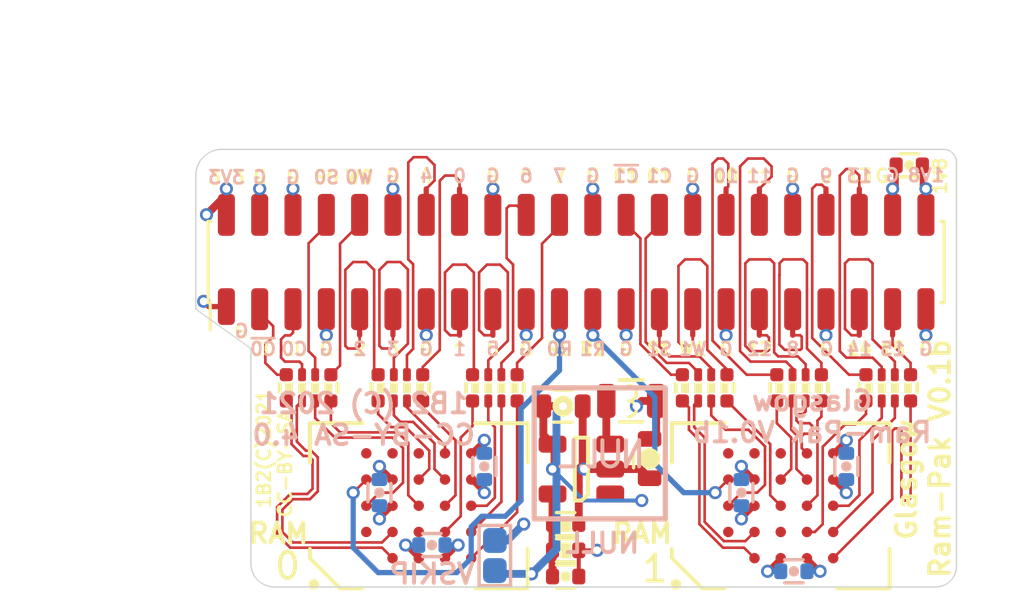
<source format=kicad_pcb>
(kicad_pcb (version 20171130) (host pcbnew 5.1.9)
  (title_block (title "Glasgow Ram-Pak") (rev V0.1b) (company 1BitSquared) (comment 1 "(C) 2021 1BitSquared") (comment 2 "(C) 2021 Piotr Esden-Tempski") (comment 3 "License: CC-BY-SA 4.0"))
  (layers (0 F.Cu signal) (1 In1.Cu signal) (2 In2.Cu signal) (31 B.Cu signal) (34 B.Paste user) (35 F.Paste user) (36 B.SilkS user) (37 F.SilkS user) (38 B.Mask user) (39 F.Mask user) (44 Edge.Cuts user))
  (net 0 "")
  (net 1 GND)
  (net 2 +3V3)
  (net 3 +1V8)
  (net 4 /DQ4)
  (net 5 "Net-(U2-PadC5)")
  (net 6 "Net-(U2-PadB5)")
  (net 7 "Net-(U2-PadA5)")
  (net 8 /DQ3)
  (net 9 /DQ2)
  (net 10 /DQ5)
  (net 11 /DQ0)
  (net 12 /~CS0)
  (net 13 /DQ6)
  (net 14 /DQ1)
  (net 15 "Net-(U2-PadC2)")
  (net 16 "Net-(U2-PadA2)")
  (net 17 /DQ7)
  (net 18 /~CS1)
  (net 19 /DQ12)
  (net 20 /DQ11)
  (net 21 /DQ10)
  (net 22 /DQ13)
  (net 23 /DQ8)
  (net 24 /DQ14)
  (net 25 /DQ9)
  (net 26 /DQ15)
  (net 27 /RWDS1)
  (net 28 /RWDS0)
  (net 29 "Net-(U3-PadC5)")
  (net 30 "Net-(U3-PadB5)")
  (net 31 "Net-(U3-PadA5)")
  (net 32 "Net-(U3-PadC2)")
  (net 33 "Net-(U3-PadA2)")
  (net 34 "Net-(C3-Pad2)")
  (net 35 "Net-(L1-Pad2)")
  (net 36 /DQ15x)
  (net 37 /DQ13x)
  (net 38 /DQ14x)
  (net 39 /DQ9x)
  (net 40 /DQ8x)
  (net 41 /DQ11x)
  (net 42 /DQ12x)
  (net 43 /DQ10x)
  (net 44 /RWDS1x)
  (net 45 /~CS1x)
  (net 46 /~RESET1)
  (net 47 /DQ7x)
  (net 48 /~RESET0)
  (net 49 /DQ6x)
  (net 50 /DQ5x)
  (net 51 /DQ0x)
  (net 52 /DQ1x)
  (net 53 /DQ4x)
  (net 54 /DQ3x)
  (net 55 /RWDS0x)
  (net 56 /DQ2x)
  (net 57 /~CS0x)
  (net 58 /CK1x_P)
  (net 59 /CK1x_N)
  (net 60 /CK0x_P)
  (net 61 /CK0x_N)
  (net 62 /CK0_N)
  (net 63 /CK0_P)
  (net 64 /CK1_N)
  (net 65 /CK1_P)
  (module pkl_logos:null_Logo_SilkS_5mm (layer B.Cu) (at 40.9 37.3 180)
    (fp_text reference REF** hide)
    (fp_text value null_Logo_SilkS_5mm hide)
  )
  (module pkl_jumpers:J_0603 (layer B.Cu) (at 36.9 41.2 90)
    (fp_text reference J2)
    (fp_text value pkl_jumper)
    (pad 2 smd roundrect (at 0.575 0 90) (size 0.95 0.9) (layers B.Cu B.Mask) (net 3 +1V8))
    (pad 1 smd roundrect (at -0.575 0 90) (size 0.95 0.9) (layers B.Cu B.Mask) (net 2 +3V3))
  )
  (module pkl_pin_sockets:PinSocket_2x22_P1.27mm_Vertical_Pass-Through__SMD (layer F.Cu) (at 40 30 90)
    (fp_text reference J1)
    (fp_text value PinHeader_2x22_P1.27mm)
    (pad "" np_thru_hole circle (at 0.635 13.335 90) (size 0.7 0.7) (drill 0.7) (layers *.Cu *.Mask))
    (pad "" np_thru_hole circle (at -0.635 13.335 90) (size 0.7 0.7) (drill 0.7) (layers *.Cu *.Mask))
    (pad "" np_thru_hole circle (at 0.635 12.065 90) (size 0.7 0.7) (drill 0.7) (layers *.Cu *.Mask))
    (pad "" np_thru_hole circle (at -0.635 12.065 90) (size 0.7 0.7) (drill 0.7) (layers *.Cu *.Mask))
    (pad "" np_thru_hole circle (at 0.635 10.795 90) (size 0.7 0.7) (drill 0.7) (layers *.Cu *.Mask))
    (pad "" np_thru_hole circle (at -0.635 10.795 90) (size 0.7 0.7) (drill 0.7) (layers *.Cu *.Mask))
    (pad "" np_thru_hole circle (at 0.635 9.525 90) (size 0.7 0.7) (drill 0.7) (layers *.Cu *.Mask))
    (pad "" np_thru_hole circle (at -0.635 9.525 90) (size 0.7 0.7) (drill 0.7) (layers *.Cu *.Mask))
    (pad "" np_thru_hole circle (at 0.635 8.255 90) (size 0.7 0.7) (drill 0.7) (layers *.Cu *.Mask))
    (pad "" np_thru_hole circle (at -0.635 8.255 90) (size 0.7 0.7) (drill 0.7) (layers *.Cu *.Mask))
    (pad "" np_thru_hole circle (at 0.635 6.985 90) (size 0.7 0.7) (drill 0.7) (layers *.Cu *.Mask))
    (pad "" np_thru_hole circle (at -0.635 6.985 90) (size 0.7 0.7) (drill 0.7) (layers *.Cu *.Mask))
    (pad "" np_thru_hole circle (at 0.635 5.715 90) (size 0.7 0.7) (drill 0.7) (layers *.Cu *.Mask))
    (pad "" np_thru_hole circle (at -0.635 5.715 90) (size 0.7 0.7) (drill 0.7) (layers *.Cu *.Mask))
    (pad "" np_thru_hole circle (at 0.635 4.445 90) (size 0.7 0.7) (drill 0.7) (layers *.Cu *.Mask))
    (pad "" np_thru_hole circle (at -0.635 4.445 90) (size 0.7 0.7) (drill 0.7) (layers *.Cu *.Mask))
    (pad "" np_thru_hole circle (at 0.635 3.175 90) (size 0.7 0.7) (drill 0.7) (layers *.Cu *.Mask))
    (pad "" np_thru_hole circle (at -0.635 3.175 90) (size 0.7 0.7) (drill 0.7) (layers *.Cu *.Mask))
    (pad "" np_thru_hole circle (at 0.635 1.905 90) (size 0.7 0.7) (drill 0.7) (layers *.Cu *.Mask))
    (pad "" np_thru_hole circle (at -0.635 1.905 90) (size 0.7 0.7) (drill 0.7) (layers *.Cu *.Mask))
    (pad "" np_thru_hole circle (at 0.635 0.635 90) (size 0.7 0.7) (drill 0.7) (layers *.Cu *.Mask))
    (pad "" np_thru_hole circle (at -0.635 0.635 90) (size 0.7 0.7) (drill 0.7) (layers *.Cu *.Mask))
    (pad "" np_thru_hole circle (at 0.635 -0.635 90) (size 0.7 0.7) (drill 0.7) (layers *.Cu *.Mask))
    (pad "" np_thru_hole circle (at -0.635 -0.635 90) (size 0.7 0.7) (drill 0.7) (layers *.Cu *.Mask))
    (pad "" np_thru_hole circle (at 0.635 -1.905 90) (size 0.7 0.7) (drill 0.7) (layers *.Cu *.Mask))
    (pad "" np_thru_hole circle (at -0.635 -1.905 90) (size 0.7 0.7) (drill 0.7) (layers *.Cu *.Mask))
    (pad "" np_thru_hole circle (at 0.635 -3.175 90) (size 0.7 0.7) (drill 0.7) (layers *.Cu *.Mask))
    (pad "" np_thru_hole circle (at -0.635 -3.175 90) (size 0.7 0.7) (drill 0.7) (layers *.Cu *.Mask))
    (pad "" np_thru_hole circle (at 0.635 -4.445 90) (size 0.7 0.7) (drill 0.7) (layers *.Cu *.Mask))
    (pad "" np_thru_hole circle (at -0.635 -4.445 90) (size 0.7 0.7) (drill 0.7) (layers *.Cu *.Mask))
    (pad "" np_thru_hole circle (at 0.635 -5.715 90) (size 0.7 0.7) (drill 0.7) (layers *.Cu *.Mask))
    (pad "" np_thru_hole circle (at -0.635 -5.715 90) (size 0.7 0.7) (drill 0.7) (layers *.Cu *.Mask))
    (pad "" np_thru_hole circle (at 0.635 -6.985 90) (size 0.7 0.7) (drill 0.7) (layers *.Cu *.Mask))
    (pad "" np_thru_hole circle (at -0.635 -6.985 90) (size 0.7 0.7) (drill 0.7) (layers *.Cu *.Mask))
    (pad "" np_thru_hole circle (at 0.635 -8.255 90) (size 0.7 0.7) (drill 0.7) (layers *.Cu *.Mask))
    (pad "" np_thru_hole circle (at -0.635 -8.255 90) (size 0.7 0.7) (drill 0.7) (layers *.Cu *.Mask))
    (pad "" np_thru_hole circle (at 0.635 -9.525 90) (size 0.7 0.7) (drill 0.7) (layers *.Cu *.Mask))
    (pad "" np_thru_hole circle (at -0.635 -9.525 90) (size 0.7 0.7) (drill 0.7) (layers *.Cu *.Mask))
    (pad "" np_thru_hole circle (at 0.635 -10.795 90) (size 0.7 0.7) (drill 0.7) (layers *.Cu *.Mask))
    (pad "" np_thru_hole circle (at -0.635 -10.795 90) (size 0.7 0.7) (drill 0.7) (layers *.Cu *.Mask))
    (pad "" np_thru_hole circle (at 0.635 -12.065 90) (size 0.7 0.7) (drill 0.7) (layers *.Cu *.Mask))
    (pad "" np_thru_hole circle (at -0.635 -12.065 90) (size 0.7 0.7) (drill 0.7) (layers *.Cu *.Mask))
    (pad "" np_thru_hole circle (at 0.635 -13.335 90) (size 0.7 0.7) (drill 0.7) (layers *.Cu *.Mask))
    (pad "" np_thru_hole circle (at -0.635 -13.335 90) (size 0.7 0.7) (drill 0.7) (layers *.Cu *.Mask))
    (pad "" np_thru_hole circle (at 0 12.7 90) (size 0.7 0.7) (drill 0.7) (layers *.Cu *.Mask))
    (pad "" np_thru_hole circle (at 0 -12.7 90) (size 0.7 0.7) (drill 0.7) (layers *.Cu *.Mask))
    (pad 44 smd roundrect (at 1.8 13.335 90) (size 1.6 0.65) (layers F.Cu F.Paste F.Mask) (net 3 +1V8))
    (pad 43 smd roundrect (at -1.8 13.335 90) (size 1.6 0.65) (layers F.Cu F.Paste F.Mask) (net 1 GND))
    (pad 42 smd roundrect (at 1.8 12.065 90) (size 1.6 0.65) (layers F.Cu F.Paste F.Mask) (net 1 GND))
    (pad 41 smd roundrect (at -1.8 12.065 90) (size 1.6 0.65) (layers F.Cu F.Paste F.Mask) (net 36 /DQ15x))
    (pad 40 smd roundrect (at 1.8 10.795 90) (size 1.6 0.65) (layers F.Cu F.Paste F.Mask) (net 37 /DQ13x))
    (pad 39 smd roundrect (at -1.8 10.795 90) (size 1.6 0.65) (layers F.Cu F.Paste F.Mask) (net 38 /DQ14x))
    (pad 38 smd roundrect (at 1.8 9.525 90) (size 1.6 0.65) (layers F.Cu F.Paste F.Mask) (net 39 /DQ9x))
    (pad 37 smd roundrect (at -1.8 9.525 90) (size 1.6 0.65) (layers F.Cu F.Paste F.Mask) (net 1 GND))
    (pad 36 smd roundrect (at 1.8 8.255 90) (size 1.6 0.65) (layers F.Cu F.Paste F.Mask) (net 1 GND))
    (pad 35 smd roundrect (at -1.8 8.255 90) (size 1.6 0.65) (layers F.Cu F.Paste F.Mask) (net 40 /DQ8x))
    (pad 34 smd roundrect (at 1.8 6.985 90) (size 1.6 0.65) (layers F.Cu F.Paste F.Mask) (net 41 /DQ11x))
    (pad 33 smd roundrect (at -1.8 6.985 90) (size 1.6 0.65) (layers F.Cu F.Paste F.Mask) (net 42 /DQ12x))
    (pad 32 smd roundrect (at 1.8 5.715 90) (size 1.6 0.65) (layers F.Cu F.Paste F.Mask) (net 43 /DQ10x))
    (pad 31 smd roundrect (at -1.8 5.715 90) (size 1.6 0.65) (layers F.Cu F.Paste F.Mask) (net 1 GND))
    (pad 30 smd roundrect (at 1.8 4.445 90) (size 1.6 0.65) (layers F.Cu F.Paste F.Mask) (net 1 GND))
    (pad 29 smd roundrect (at -1.8 4.445 90) (size 1.6 0.65) (layers F.Cu F.Paste F.Mask) (net 44 /RWDS1x))
    (pad 28 smd roundrect (at 1.8 3.175 90) (size 1.6 0.65) (layers F.Cu F.Paste F.Mask) (net 58 /CK1x_P))
    (pad 27 smd roundrect (at -1.8 3.175 90) (size 1.6 0.65) (layers F.Cu F.Paste F.Mask) (net 45 /~CS1x))
    (pad 26 smd roundrect (at 1.8 1.905 90) (size 1.6 0.65) (layers F.Cu F.Paste F.Mask) (net 59 /CK1x_N))
    (pad 25 smd roundrect (at -1.8 1.905 90) (size 1.6 0.65) (layers F.Cu F.Paste F.Mask) (net 1 GND))
    (pad 24 smd roundrect (at 1.8 0.635 90) (size 1.6 0.65) (layers F.Cu F.Paste F.Mask) (net 1 GND))
    (pad 23 smd roundrect (at -1.8 0.635 90) (size 1.6 0.65) (layers F.Cu F.Paste F.Mask) (net 46 /~RESET1))
    (pad 22 smd roundrect (at 1.8 -0.635 90) (size 1.6 0.65) (layers F.Cu F.Paste F.Mask) (net 47 /DQ7x))
    (pad 21 smd roundrect (at -1.8 -0.635 90) (size 1.6 0.65) (layers F.Cu F.Paste F.Mask) (net 48 /~RESET0))
    (pad 20 smd roundrect (at 1.8 -1.905 90) (size 1.6 0.65) (layers F.Cu F.Paste F.Mask) (net 49 /DQ6x))
    (pad 19 smd roundrect (at -1.8 -1.905 90) (size 1.6 0.65) (layers F.Cu F.Paste F.Mask) (net 1 GND))
    (pad 18 smd roundrect (at 1.8 -3.175 90) (size 1.6 0.65) (layers F.Cu F.Paste F.Mask) (net 1 GND))
    (pad 17 smd roundrect (at -1.8 -3.175 90) (size 1.6 0.65) (layers F.Cu F.Paste F.Mask) (net 50 /DQ5x))
    (pad 16 smd roundrect (at 1.8 -4.445 90) (size 1.6 0.65) (layers F.Cu F.Paste F.Mask) (net 51 /DQ0x))
    (pad 15 smd roundrect (at -1.8 -4.445 90) (size 1.6 0.65) (layers F.Cu F.Paste F.Mask) (net 52 /DQ1x))
    (pad 14 smd roundrect (at 1.8 -5.715 90) (size 1.6 0.65) (layers F.Cu F.Paste F.Mask) (net 53 /DQ4x))
    (pad 13 smd roundrect (at -1.8 -5.715 90) (size 1.6 0.65) (layers F.Cu F.Paste F.Mask) (net 1 GND))
    (pad 12 smd roundrect (at 1.8 -6.985 90) (size 1.6 0.65) (layers F.Cu F.Paste F.Mask) (net 1 GND))
    (pad 11 smd roundrect (at -1.8 -6.985 90) (size 1.6 0.65) (layers F.Cu F.Paste F.Mask) (net 54 /DQ3x))
    (pad 10 smd roundrect (at 1.8 -8.255 90) (size 1.6 0.65) (layers F.Cu F.Paste F.Mask) (net 55 /RWDS0x))
    (pad 9 smd roundrect (at -1.8 -8.255 90) (size 1.6 0.65) (layers F.Cu F.Paste F.Mask) (net 56 /DQ2x))
    (pad 8 smd roundrect (at 1.8 -9.525 90) (size 1.6 0.65) (layers F.Cu F.Paste F.Mask) (net 57 /~CS0x))
    (pad 7 smd roundrect (at -1.8 -9.525 90) (size 1.6 0.65) (layers F.Cu F.Paste F.Mask) (net 1 GND))
    (pad 6 smd roundrect (at 1.8 -10.795 90) (size 1.6 0.65) (layers F.Cu F.Paste F.Mask) (net 1 GND))
    (pad 5 smd roundrect (at -1.8 -10.795 90) (size 1.6 0.65) (layers F.Cu F.Paste F.Mask) (net 60 /CK0x_P))
    (pad 4 smd roundrect (at 1.8 -12.065 90) (size 1.6 0.65) (layers F.Cu F.Paste F.Mask) (net 1 GND))
    (pad 3 smd roundrect (at -1.8 -12.065 90) (size 1.6 0.65) (layers F.Cu F.Paste F.Mask) (net 61 /CK0x_N))
    (pad 2 smd roundrect (at 1.8 -13.335 90) (size 1.6 0.65) (layers F.Cu F.Paste F.Mask) (net 2 +3V3))
    (pad 1 smd roundrect (at -1.7 -13.335 90) (size 1.4 0.65) (layers F.Cu F.Paste F.Mask) (net 1 GND))
  )
  (module pkl_housings_bga:BGA-24_5x5_6.0x8.0mm (layer F.Cu) (at 47.8 39.3 90)
    (fp_text reference U3)
    (fp_text value W957D8MFYA5I)
    (pad E5 smd circle (at 2 2 90) (size 0.4 0.4) (layers F.Cu F.Paste F.Mask) (net 1 GND))
    (pad D5 smd circle (at 2 1 90) (size 0.4 0.4) (layers F.Cu F.Paste F.Mask) (net 19 /DQ12))
    (pad C5 smd circle (at 2 0 90) (size 0.4 0.4) (layers F.Cu F.Paste F.Mask) (net 29 "Net-(U3-PadC5)"))
    (pad B5 smd circle (at 2 -1 90) (size 0.4 0.4) (layers F.Cu F.Paste F.Mask) (net 30 "Net-(U3-PadB5)"))
    (pad A5 smd circle (at 2 -2 90) (size 0.4 0.4) (layers F.Cu F.Paste F.Mask) (net 31 "Net-(U3-PadA5)"))
    (pad E4 smd circle (at 1 2 90) (size 0.4 0.4) (layers F.Cu F.Paste F.Mask) (net 3 +1V8))
    (pad D4 smd circle (at 1 1 90) (size 0.4 0.4) (layers F.Cu F.Paste F.Mask) (net 20 /DQ11))
    (pad C4 smd circle (at 1 0 90) (size 0.4 0.4) (layers F.Cu F.Paste F.Mask) (net 21 /DQ10))
    (pad B4 smd circle (at 1 -1 90) (size 0.4 0.4) (layers F.Cu F.Paste F.Mask) (net 3 +1V8))
    (pad A4 smd circle (at 1 -2 90) (size 0.4 0.4) (layers F.Cu F.Paste F.Mask) (net 46 /~RESET1))
    (pad E3 smd circle (at 0 2 90) (size 0.4 0.4) (layers F.Cu F.Paste F.Mask) (net 22 /DQ13))
    (pad D3 smd circle (at 0 1 90) (size 0.4 0.4) (layers F.Cu F.Paste F.Mask) (net 23 /DQ8))
    (pad C3 smd circle (at 0 0 90) (size 0.4 0.4) (layers F.Cu F.Paste F.Mask) (net 27 /RWDS1))
    (pad B3 smd circle (at 0 -1 90) (size 0.4 0.4) (layers F.Cu F.Paste F.Mask) (net 1 GND))
    (pad A3 smd circle (at 0 -2 90) (size 0.4 0.4) (layers F.Cu F.Paste F.Mask) (net 18 /~CS1))
    (pad E2 smd circle (at -1 2 90) (size 0.4 0.4) (layers F.Cu F.Paste F.Mask) (net 24 /DQ14))
    (pad D2 smd circle (at -1 1 90) (size 0.4 0.4) (layers F.Cu F.Paste F.Mask) (net 25 /DQ9))
    (pad C2 smd circle (at -1 0 90) (size 0.4 0.4) (layers F.Cu F.Paste F.Mask) (net 32 "Net-(U3-PadC2)"))
    (pad B2 smd circle (at -1 -1 90) (size 0.4 0.4) (layers F.Cu F.Paste F.Mask) (net 65 /CK1_P))
    (pad A2 smd circle (at -1 -2 90) (size 0.4 0.4) (layers F.Cu F.Paste F.Mask) (net 33 "Net-(U3-PadA2)"))
    (pad E1 smd circle (at -2 2 90) (size 0.4 0.4) (layers F.Cu F.Paste F.Mask) (net 26 /DQ15))
    (pad D1 smd circle (at -2 1 90) (size 0.4 0.4) (layers F.Cu F.Paste F.Mask) (net 3 +1V8))
    (pad C1 smd circle (at -2 0 90) (size 0.4 0.4) (layers F.Cu F.Paste F.Mask) (net 1 GND))
    (pad B1 smd circle (at -2 -1 90) (size 0.4 0.4) (layers F.Cu F.Paste F.Mask) (net 64 /CK1_N))
  )
  (module pkl_housings_bga:BGA-24_5x5_6.0x8.0mm (layer F.Cu) (at 34 39.3 90)
    (fp_text reference U2)
    (fp_text value W957D8MFYA5I)
    (pad E5 smd circle (at 2 2 90) (size 0.4 0.4) (layers F.Cu F.Paste F.Mask) (net 1 GND))
    (pad D5 smd circle (at 2 1 90) (size 0.4 0.4) (layers F.Cu F.Paste F.Mask) (net 4 /DQ4))
    (pad C5 smd circle (at 2 0 90) (size 0.4 0.4) (layers F.Cu F.Paste F.Mask) (net 5 "Net-(U2-PadC5)"))
    (pad B5 smd circle (at 2 -1 90) (size 0.4 0.4) (layers F.Cu F.Paste F.Mask) (net 6 "Net-(U2-PadB5)"))
    (pad A5 smd circle (at 2 -2 90) (size 0.4 0.4) (layers F.Cu F.Paste F.Mask) (net 7 "Net-(U2-PadA5)"))
    (pad E4 smd circle (at 1 2 90) (size 0.4 0.4) (layers F.Cu F.Paste F.Mask) (net 3 +1V8))
    (pad D4 smd circle (at 1 1 90) (size 0.4 0.4) (layers F.Cu F.Paste F.Mask) (net 8 /DQ3))
    (pad C4 smd circle (at 1 0 90) (size 0.4 0.4) (layers F.Cu F.Paste F.Mask) (net 9 /DQ2))
    (pad B4 smd circle (at 1 -1 90) (size 0.4 0.4) (layers F.Cu F.Paste F.Mask) (net 3 +1V8))
    (pad A4 smd circle (at 1 -2 90) (size 0.4 0.4) (layers F.Cu F.Paste F.Mask) (net 48 /~RESET0))
    (pad E3 smd circle (at 0 2 90) (size 0.4 0.4) (layers F.Cu F.Paste F.Mask) (net 10 /DQ5))
    (pad D3 smd circle (at 0 1 90) (size 0.4 0.4) (layers F.Cu F.Paste F.Mask) (net 11 /DQ0))
    (pad C3 smd circle (at 0 0 90) (size 0.4 0.4) (layers F.Cu F.Paste F.Mask) (net 28 /RWDS0))
    (pad B3 smd circle (at 0 -1 90) (size 0.4 0.4) (layers F.Cu F.Paste F.Mask) (net 1 GND))
    (pad A3 smd circle (at 0 -2 90) (size 0.4 0.4) (layers F.Cu F.Paste F.Mask) (net 12 /~CS0))
    (pad E2 smd circle (at -1 2 90) (size 0.4 0.4) (layers F.Cu F.Paste F.Mask) (net 13 /DQ6))
    (pad D2 smd circle (at -1 1 90) (size 0.4 0.4) (layers F.Cu F.Paste F.Mask) (net 14 /DQ1))
    (pad C2 smd circle (at -1 0 90) (size 0.4 0.4) (layers F.Cu F.Paste F.Mask) (net 15 "Net-(U2-PadC2)"))
    (pad B2 smd circle (at -1 -1 90) (size 0.4 0.4) (layers F.Cu F.Paste F.Mask) (net 63 /CK0_P))
    (pad A2 smd circle (at -1 -2 90) (size 0.4 0.4) (layers F.Cu F.Paste F.Mask) (net 16 "Net-(U2-PadA2)"))
    (pad E1 smd circle (at -2 2 90) (size 0.4 0.4) (layers F.Cu F.Paste F.Mask) (net 17 /DQ7))
    (pad D1 smd circle (at -2 1 90) (size 0.4 0.4) (layers F.Cu F.Paste F.Mask) (net 3 +1V8))
    (pad C1 smd circle (at -2 0 90) (size 0.4 0.4) (layers F.Cu F.Paste F.Mask) (net 1 GND))
    (pad B1 smd circle (at -2 -1 90) (size 0.4 0.4) (layers F.Cu F.Paste F.Mask) (net 62 /CK0_N))
  )
  (module pkl_housings_sot:SOT-23-5 (layer F.Cu) (at 40.2 37.9)
    (fp_text reference U1)
    (fp_text value TLV62568DBV)
    (pad 5 smd roundrect (at -1.1 0.95 180) (size 1.06 0.65) (layers F.Cu F.Paste F.Mask) (net 34 "Net-(C3-Pad2)"))
    (pad 4 smd roundrect (at -1.1 -0.95 180) (size 1.06 0.65) (layers F.Cu F.Paste F.Mask) (net 2 +3V3))
    (pad 3 smd roundrect (at 1.1 -0.95 180) (size 1.06 0.65) (layers F.Cu F.Paste F.Mask) (net 35 "Net-(L1-Pad2)"))
    (pad 2 smd roundrect (at 1.1 0 180) (size 1.06 0.65) (layers F.Cu F.Paste F.Mask) (net 1 GND))
    (pad 1 smd roundrect (at 1.1 0.95 180) (size 1.06 0.65) (layers F.Cu F.Paste F.Mask) (net 2 +3V3))
  )
  (module pkl_dipol:R_0402 (layer F.Cu) (at 39.6 40)
    (fp_text reference R8)
    (fp_text value 10k)
    (pad 2 smd roundrect (at 0.5 0) (size 0.5 0.6) (layers F.Cu F.Paste F.Mask) (net 1 GND))
    (pad 1 smd roundrect (at -0.5 0) (size 0.5 0.6) (layers F.Cu F.Paste F.Mask) (net 34 "Net-(C3-Pad2)"))
  )
  (module pkl_dipol:R_0402 (layer F.Cu) (at 39.6 41 180)
    (fp_text reference R7)
    (fp_text value 20k)
    (pad 2 smd roundrect (at 0.5 0 180) (size 0.5 0.6) (layers F.Cu F.Paste F.Mask) (net 34 "Net-(C3-Pad2)"))
    (pad 1 smd roundrect (at -0.5 0 180) (size 0.5 0.6) (layers F.Cu F.Paste F.Mask) (net 3 +1V8))
  )
  (module pkl_dipol:L_0805 (layer F.Cu) (at 42.1 35.3 180)
    (fp_text reference L1)
    (fp_text value 2u2)
    (pad 2 smd roundrect (at 0.95 0 180) (size 0.7 1.3) (layers F.Cu F.Paste F.Mask) (net 35 "Net-(L1-Pad2)"))
    (pad 1 smd roundrect (at -0.95 0 180) (size 0.7 1.3) (layers F.Cu F.Paste F.Mask) (net 3 +1V8))
  )
  (module pkl_dipol:C_0402 (layer F.Cu) (at 39.6 42 180)
    (fp_text reference C3)
    (fp_text value 6p8)
    (pad 2 smd roundrect (at 0.5 0 180) (size 0.5 0.6) (layers F.Cu F.Paste F.Mask) (net 34 "Net-(C3-Pad2)"))
    (pad 1 smd roundrect (at -0.5 0 180) (size 0.5 0.6) (layers F.Cu F.Paste F.Mask) (net 3 +1V8))
  )
  (module pkl_dipol:C_0603 (layer F.Cu) (at 42.8 37.5 270)
    (fp_text reference C2)
    (fp_text value 10u)
    (pad 2 smd roundrect (at 0.75 0 270) (size 0.6 0.9) (layers F.Cu F.Paste F.Mask) (net 1 GND))
    (pad 1 smd roundrect (at -0.75 0 270) (size 0.6 0.9) (layers F.Cu F.Paste F.Mask) (net 3 +1V8))
  )
  (module pkl_dipol:C_0603 (layer F.Cu) (at 39.5 35.5)
    (fp_text reference C1)
    (fp_text value 4u7)
    (pad 2 smd roundrect (at 0.75 0) (size 0.6 0.9) (layers F.Cu F.Paste F.Mask) (net 1 GND))
    (pad 1 smd roundrect (at -0.75 0) (size 0.6 0.9) (layers F.Cu F.Paste F.Mask) (net 2 +3V3))
  )
  (module pkl_dipol:R_Array_Convex_4x0402 (layer F.Cu) (at 51.9 34.8 270)
    (fp_text reference R6)
    (fp_text value 22R)
    (pad 8 smd roundrect (at 0.5 0.85 270) (size 0.5 0.5) (layers F.Cu F.Paste F.Mask) (net 25 /DQ9))
    (pad 6 smd roundrect (at 0.5 0.25 270) (size 0.5 0.3) (layers F.Cu F.Paste F.Mask) (net 22 /DQ13))
    (pad 4 smd roundrect (at 0.5 -0.25 270) (size 0.5 0.3) (layers F.Cu F.Paste F.Mask) (net 24 /DQ14))
    (pad 2 smd roundrect (at 0.5 -0.85 270) (size 0.5 0.5) (layers F.Cu F.Paste F.Mask) (net 26 /DQ15))
    (pad 7 smd roundrect (at -0.5 0.85 270) (size 0.5 0.5) (layers F.Cu F.Paste F.Mask) (net 39 /DQ9x))
    (pad 1 smd roundrect (at -0.5 -0.85 270) (size 0.5 0.5) (layers F.Cu F.Paste F.Mask) (net 36 /DQ15x))
    (pad 5 smd roundrect (at -0.5 0.25 270) (size 0.5 0.3) (layers F.Cu F.Paste F.Mask) (net 37 /DQ13x))
    (pad 3 smd roundrect (at -0.5 -0.25 270) (size 0.5 0.3) (layers F.Cu F.Paste F.Mask) (net 38 /DQ14x))
  )
  (module pkl_dipol:R_Array_Convex_4x0402 (layer F.Cu) (at 48.5 34.8 270)
    (fp_text reference R5)
    (fp_text value 22R)
    (pad 8 smd roundrect (at 0.5 0.85 270) (size 0.5 0.5) (layers F.Cu F.Paste F.Mask) (net 21 /DQ10))
    (pad 6 smd roundrect (at 0.5 0.25 270) (size 0.5 0.3) (layers F.Cu F.Paste F.Mask) (net 20 /DQ11))
    (pad 4 smd roundrect (at 0.5 -0.25 270) (size 0.5 0.3) (layers F.Cu F.Paste F.Mask) (net 19 /DQ12))
    (pad 2 smd roundrect (at 0.5 -0.85 270) (size 0.5 0.5) (layers F.Cu F.Paste F.Mask) (net 23 /DQ8))
    (pad 7 smd roundrect (at -0.5 0.85 270) (size 0.5 0.5) (layers F.Cu F.Paste F.Mask) (net 43 /DQ10x))
    (pad 1 smd roundrect (at -0.5 -0.85 270) (size 0.5 0.5) (layers F.Cu F.Paste F.Mask) (net 40 /DQ8x))
    (pad 5 smd roundrect (at -0.5 0.25 270) (size 0.5 0.3) (layers F.Cu F.Paste F.Mask) (net 41 /DQ11x))
    (pad 3 smd roundrect (at -0.5 -0.25 270) (size 0.5 0.3) (layers F.Cu F.Paste F.Mask) (net 42 /DQ12x))
  )
  (module pkl_dipol:R_Array_Convex_4x0402 (layer F.Cu) (at 44.9 34.8 270)
    (fp_text reference R4)
    (fp_text value 22R)
    (pad 8 smd roundrect (at 0.5 0.85 270) (size 0.5 0.5) (layers F.Cu F.Paste F.Mask) (net 64 /CK1_N))
    (pad 6 smd roundrect (at 0.5 0.25 270) (size 0.5 0.3) (layers F.Cu F.Paste F.Mask) (net 65 /CK1_P))
    (pad 4 smd roundrect (at 0.5 -0.25 270) (size 0.5 0.3) (layers F.Cu F.Paste F.Mask) (net 18 /~CS1))
    (pad 2 smd roundrect (at 0.5 -0.85 270) (size 0.5 0.5) (layers F.Cu F.Paste F.Mask) (net 27 /RWDS1))
    (pad 7 smd roundrect (at -0.5 0.85 270) (size 0.5 0.5) (layers F.Cu F.Paste F.Mask) (net 59 /CK1x_N))
    (pad 1 smd roundrect (at -0.5 -0.85 270) (size 0.5 0.5) (layers F.Cu F.Paste F.Mask) (net 44 /RWDS1x))
    (pad 5 smd roundrect (at -0.5 0.25 270) (size 0.5 0.3) (layers F.Cu F.Paste F.Mask) (net 58 /CK1x_P))
    (pad 3 smd roundrect (at -0.5 -0.25 270) (size 0.5 0.3) (layers F.Cu F.Paste F.Mask) (net 45 /~CS1x))
  )
  (module pkl_dipol:R_Array_Convex_4x0402 (layer F.Cu) (at 36.9 34.8 270)
    (fp_text reference R3)
    (fp_text value 22R)
    (pad 8 smd roundrect (at 0.5 0.85 270) (size 0.5 0.5) (layers F.Cu F.Paste F.Mask) (net 14 /DQ1))
    (pad 6 smd roundrect (at 0.5 0.25 270) (size 0.5 0.3) (layers F.Cu F.Paste F.Mask) (net 10 /DQ5))
    (pad 4 smd roundrect (at 0.5 -0.25 270) (size 0.5 0.3) (layers F.Cu F.Paste F.Mask) (net 13 /DQ6))
    (pad 2 smd roundrect (at 0.5 -0.85 270) (size 0.5 0.5) (layers F.Cu F.Paste F.Mask) (net 17 /DQ7))
    (pad 7 smd roundrect (at -0.5 0.85 270) (size 0.5 0.5) (layers F.Cu F.Paste F.Mask) (net 52 /DQ1x))
    (pad 1 smd roundrect (at -0.5 -0.85 270) (size 0.5 0.5) (layers F.Cu F.Paste F.Mask) (net 47 /DQ7x))
    (pad 5 smd roundrect (at -0.5 0.25 270) (size 0.5 0.3) (layers F.Cu F.Paste F.Mask) (net 50 /DQ5x))
    (pad 3 smd roundrect (at -0.5 -0.25 270) (size 0.5 0.3) (layers F.Cu F.Paste F.Mask) (net 49 /DQ6x))
  )
  (module pkl_dipol:R_Array_Convex_4x0402 (layer F.Cu) (at 33.3 34.8 270)
    (fp_text reference R2)
    (fp_text value 22R)
    (pad 8 smd roundrect (at 0.5 0.85 270) (size 0.5 0.5) (layers F.Cu F.Paste F.Mask) (net 9 /DQ2))
    (pad 6 smd roundrect (at 0.5 0.25 270) (size 0.5 0.3) (layers F.Cu F.Paste F.Mask) (net 8 /DQ3))
    (pad 4 smd roundrect (at 0.5 -0.25 270) (size 0.5 0.3) (layers F.Cu F.Paste F.Mask) (net 4 /DQ4))
    (pad 2 smd roundrect (at 0.5 -0.85 270) (size 0.5 0.5) (layers F.Cu F.Paste F.Mask) (net 11 /DQ0))
    (pad 7 smd roundrect (at -0.5 0.85 270) (size 0.5 0.5) (layers F.Cu F.Paste F.Mask) (net 56 /DQ2x))
    (pad 1 smd roundrect (at -0.5 -0.85 270) (size 0.5 0.5) (layers F.Cu F.Paste F.Mask) (net 51 /DQ0x))
    (pad 5 smd roundrect (at -0.5 0.25 270) (size 0.5 0.3) (layers F.Cu F.Paste F.Mask) (net 54 /DQ3x))
    (pad 3 smd roundrect (at -0.5 -0.25 270) (size 0.5 0.3) (layers F.Cu F.Paste F.Mask) (net 53 /DQ4x))
  )
  (module pkl_dipol:C_0402 (layer F.Cu) (at 52.7 26.31 180)
    (fp_text reference C4)
    (fp_text value 1u)
    (pad 2 smd roundrect (at 0.5 0 180) (size 0.5 0.6) (layers F.Cu F.Paste F.Mask) (net 1 GND))
    (pad 1 smd roundrect (at -0.5 0 180) (size 0.5 0.6) (layers F.Cu F.Paste F.Mask) (net 3 +1V8))
  )
  (module pkl_dipol:R_Array_Convex_4x0402 (layer F.Cu) (at 29.8 34.8 270)
    (fp_text reference R1)
    (fp_text value 22R)
    (pad 8 smd roundrect (at 0.5 0.85 270) (size 0.5 0.5) (layers F.Cu F.Paste F.Mask) (net 62 /CK0_N))
    (pad 6 smd roundrect (at 0.5 0.25 270) (size 0.5 0.3) (layers F.Cu F.Paste F.Mask) (net 63 /CK0_P))
    (pad 4 smd roundrect (at 0.5 -0.25 270) (size 0.5 0.3) (layers F.Cu F.Paste F.Mask) (net 12 /~CS0))
    (pad 2 smd roundrect (at 0.5 -0.85 270) (size 0.5 0.5) (layers F.Cu F.Paste F.Mask) (net 28 /RWDS0))
    (pad 7 smd roundrect (at -0.5 0.85 270) (size 0.5 0.5) (layers F.Cu F.Paste F.Mask) (net 61 /CK0x_N))
    (pad 1 smd roundrect (at -0.5 -0.85 270) (size 0.5 0.5) (layers F.Cu F.Paste F.Mask) (net 55 /RWDS0x))
    (pad 5 smd roundrect (at -0.5 0.25 270) (size 0.5 0.3) (layers F.Cu F.Paste F.Mask) (net 60 /CK0x_P))
    (pad 3 smd roundrect (at -0.5 -0.25 270) (size 0.5 0.3) (layers F.Cu F.Paste F.Mask) (net 57 /~CS0x))
  )
  (module pkl_dipol:C_0402 (layer B.Cu) (at 46.3 38.8 270)
    (fp_text reference C10)
    (fp_text value 100n)
    (pad 2 smd roundrect (at 0.5 0 270) (size 0.5 0.6) (layers B.Cu B.Paste B.Mask) (net 1 GND))
    (pad 1 smd roundrect (at -0.5 0 270) (size 0.5 0.6) (layers B.Cu B.Paste B.Mask) (net 3 +1V8))
  )
  (module pkl_dipol:C_0402 (layer B.Cu) (at 50.3 37.8 90)
    (fp_text reference C9)
    (fp_text value 100n)
    (pad 2 smd roundrect (at 0.5 0 90) (size 0.5 0.6) (layers B.Cu B.Paste B.Mask) (net 1 GND))
    (pad 1 smd roundrect (at -0.5 0 90) (size 0.5 0.6) (layers B.Cu B.Paste B.Mask) (net 3 +1V8))
  )
  (module pkl_dipol:C_0402 (layer B.Cu) (at 48.3 41.8 180)
    (fp_text reference C8)
    (fp_text value 100n)
    (pad 2 smd roundrect (at 0.5 0 180) (size 0.5 0.6) (layers B.Cu B.Paste B.Mask) (net 1 GND))
    (pad 1 smd roundrect (at -0.5 0 180) (size 0.5 0.6) (layers B.Cu B.Paste B.Mask) (net 3 +1V8))
  )
  (module pkl_dipol:C_0402 (layer B.Cu) (at 32.5 38.8 270)
    (fp_text reference C7)
    (fp_text value 100n)
    (pad 2 smd roundrect (at 0.5 0 270) (size 0.5 0.6) (layers B.Cu B.Paste B.Mask) (net 1 GND))
    (pad 1 smd roundrect (at -0.5 0 270) (size 0.5 0.6) (layers B.Cu B.Paste B.Mask) (net 3 +1V8))
  )
  (module pkl_dipol:C_0402 (layer B.Cu) (at 36.5 37.8 90)
    (fp_text reference C6)
    (fp_text value 100n)
    (pad 2 smd roundrect (at 0.5 0 90) (size 0.5 0.6) (layers B.Cu B.Paste B.Mask) (net 1 GND))
    (pad 1 smd roundrect (at -0.5 0 90) (size 0.5 0.6) (layers B.Cu B.Paste B.Mask) (net 3 +1V8))
  )
  (module pkl_dipol:C_0402 (layer B.Cu) (at 34.5 40.8 180)
    (fp_text reference C5)
    (fp_text value 100n)
    (pad 2 smd roundrect (at 0.5 0 180) (size 0.5 0.6) (layers B.Cu B.Paste B.Mask) (net 1 GND))
    (pad 1 smd roundrect (at -0.5 0 180) (size 0.5 0.6) (layers B.Cu B.Paste B.Mask) (net 3 +1V8))
  )
  (gr_text VSKIP (at 34.5 41.9) (layer B.SilkS) (effects (font (size 0.75 0.75)) (justify mirror)))
  (gr_text "   1B2(C)2021\nCC-BY-SA" (at 28.5 37.7 90) (layer F.SilkS) (effects (font (size 0.5 0.5) (thickness 0.1))))
  (gr_text NULL (at 41 40.7258) (layer B.SilkS) (effects (font (size 0.75 0.75)) (justify mirror)))
  (gr_text 1V8 (at 53.3384 26.6906) (layer B.SilkS) (effects (font (size 0.5 0.5) (thickness 0.1)) (justify mirror)))
  (gr_text G (at 52.0684 26.6906) (layer B.SilkS) (effects (font (size 0.5 0.5) (thickness 0.1)) (justify mirror)))
  (gr_text 13 (at 50.7984 26.716) (layer B.SilkS) (effects (font (size 0.5 0.5) (thickness 0.1)) (justify mirror)))
  (gr_text 9 (at 49.5284 26.716) (layer B.SilkS) (effects (font (size 0.5 0.5) (thickness 0.1)) (justify mirror)))
  (gr_text G (at 48.2584 26.716) (layer B.SilkS) (effects (font (size 0.5 0.5) (thickness 0.1)) (justify mirror)))
  (gr_text 11 (at 46.9884 26.716) (layer B.SilkS) (effects (font (size 0.5 0.5) (thickness 0.1)) (justify mirror)))
  (gr_text 10 (at 45.7184 26.716) (layer B.SilkS) (effects (font (size 0.5 0.5) (thickness 0.1)) (justify mirror)))
  (gr_text G (at 44.4484 26.716) (layer B.SilkS) (effects (font (size 0.5 0.5) (thickness 0.1)) (justify mirror)))
  (gr_text C1 (at 43.1784 26.716) (layer B.SilkS) (effects (font (size 0.5 0.5) (thickness 0.1)) (justify mirror)))
  (gr_text ~C1 (at 41.9084 26.716) (layer B.SilkS) (effects (font (size 0.5 0.5) (thickness 0.1)) (justify mirror)))
  (gr_text G (at 40.6384 26.716) (layer B.SilkS) (effects (font (size 0.5 0.5) (thickness 0.1)) (justify mirror)))
  (gr_text 7 (at 39.3684 26.716) (layer B.SilkS) (effects (font (size 0.5 0.5) (thickness 0.1)) (justify mirror)))
  (gr_text 6 (at 38.0984 26.716) (layer B.SilkS) (effects (font (size 0.5 0.5) (thickness 0.1)) (justify mirror)))
  (gr_text G (at 36.8284 26.716) (layer B.SilkS) (effects (font (size 0.5 0.5) (thickness 0.1)) (justify mirror)))
  (gr_text 0 (at 35.5584 26.716) (layer B.SilkS) (effects (font (size 0.5 0.5) (thickness 0.1)) (justify mirror)))
  (gr_text 4 (at 34.2884 26.716) (layer B.SilkS) (effects (font (size 0.5 0.5) (thickness 0.1)) (justify mirror)))
  (gr_text G (at 33.0184 26.716) (layer B.SilkS) (effects (font (size 0.5 0.5) (thickness 0.1)) (justify mirror)))
  (gr_text W0 (at 31.723 26.7668) (layer B.SilkS) (effects (font (size 0.5 0.5) (thickness 0.1)) (justify mirror)))
  (gr_text S0 (at 30.4784 26.7668) (layer B.SilkS) (effects (font (size 0.5 0.5) (thickness 0.1)) (justify mirror)))
  (gr_text G (at 29.2084 26.7668) (layer B.SilkS) (effects (font (size 0.5 0.5) (thickness 0.1)) (justify mirror)))
  (gr_text G (at 27.9384 26.7668) (layer B.SilkS) (effects (font (size 0.5 0.5) (thickness 0.1)) (justify mirror)))
  (gr_text 3V3 (at 26.6684 26.7668) (layer B.SilkS) (effects (font (size 0.5 0.5) (thickness 0.1)) (justify mirror)))
  (gr_text G (at 53.3384 33.32) (layer B.SilkS) (effects (font (size 0.5 0.5) (thickness 0.1)) (justify mirror)))
  (gr_text 15 (at 52.0684 33.32) (layer B.SilkS) (effects (font (size 0.5 0.5) (thickness 0.1)) (justify mirror)))
  (gr_text 14 (at 50.7984 33.32) (layer B.SilkS) (effects (font (size 0.5 0.5) (thickness 0.1)) (justify mirror)))
  (gr_text G (at 49.5538 33.32) (layer B.SilkS) (effects (font (size 0.5 0.5) (thickness 0.1)) (justify mirror)))
  (gr_text 8 (at 48.2584 33.32) (layer B.SilkS) (effects (font (size 0.5 0.5) (thickness 0.1)) (justify mirror)))
  (gr_text 12 (at 46.9884 33.32) (layer B.SilkS) (effects (font (size 0.5 0.5) (thickness 0.1)) (justify mirror)))
  (gr_text G (at 45.7184 33.32) (layer B.SilkS) (effects (font (size 0.5 0.5) (thickness 0.1)) (justify mirror)))
  (gr_text W1 (at 44.4484 33.32) (layer B.SilkS) (effects (font (size 0.5 0.5) (thickness 0.1)) (justify mirror)))
  (gr_text S1 (at 43.1784 33.32) (layer B.SilkS) (effects (font (size 0.5 0.5) (thickness 0.1)) (justify mirror)))
  (gr_text G (at 41.9084 33.32) (layer B.SilkS) (effects (font (size 0.5 0.5) (thickness 0.1)) (justify mirror)))
  (gr_text R1 (at 40.6384 33.32) (layer B.SilkS) (effects (font (size 0.5 0.5) (thickness 0.1)) (justify mirror)))
  (gr_text R0 (at 39.3684 33.32) (layer B.SilkS) (effects (font (size 0.5 0.5) (thickness 0.1)) (justify mirror)))
  (gr_text G (at 38.073 33.32) (layer B.SilkS) (effects (font (size 0.5 0.5) (thickness 0.1)) (justify mirror)))
  (gr_text 5 (at 36.8284 33.32) (layer B.SilkS) (effects (font (size 0.5 0.5) (thickness 0.1)) (justify mirror)))
  (gr_text 1 (at 35.5584 33.32) (layer B.SilkS) (effects (font (size 0.5 0.5) (thickness 0.1)) (justify mirror)))
  (gr_text G (at 34.2884 33.32) (layer B.SilkS) (effects (font (size 0.5 0.5) (thickness 0.1)) (justify mirror)))
  (gr_text 3 (at 33.0184 33.32) (layer B.SilkS) (effects (font (size 0.5 0.5) (thickness 0.1)) (justify mirror)))
  (gr_text 2 (at 31.7484 33.32) (layer B.SilkS) (effects (font (size 0.5 0.5) (thickness 0.1)) (justify mirror)))
  (gr_text G (at 30.4784 33.32) (layer B.SilkS) (effects (font (size 0.5 0.5) (thickness 0.1)) (justify mirror)))
  (gr_text C0 (at 29.2592 33.32) (layer B.SilkS) (effects (font (size 0.5 0.5) (thickness 0.1)) (justify mirror)))
  (gr_text ~C0 (at 28.0654 33.32) (layer B.SilkS) (effects (font (size 0.5 0.5) (thickness 0.1)) (justify mirror)))
  (gr_text G (at 27.2526 32.6342) (layer B.SilkS) (effects (font (size 0.5 0.5) (thickness 0.1)) (justify mirror)))
  (gr_text "Glasgow\nRam-Pak V0.1b" (at 49 35.9) (layer B.SilkS) (effects (font (size 0.75 0.75)) (justify mirror)))
  (gr_text "1B2 (C) 2021\nCC-BY-SA 4.0" (at 31.9 36) (layer B.SilkS) (effects (font (size 0.75 0.75)) (justify mirror)))
  (gr_text 13 (at 50.7984 26.716) (layer F.SilkS) (effects (font (size 0.5 0.5) (thickness 0.1))))
  (gr_text 9 (at 49.5284 26.716) (layer F.SilkS) (effects (font (size 0.5 0.5) (thickness 0.1))))
  (gr_text 11 (at 46.9884 26.716) (layer F.SilkS) (effects (font (size 0.5 0.5) (thickness 0.1))))
  (gr_text 10 (at 45.7184 26.716) (layer F.SilkS) (effects (font (size 0.5 0.5) (thickness 0.1))))
  (gr_text C1 (at 43.1784 26.716) (layer F.SilkS) (effects (font (size 0.5 0.5) (thickness 0.1))))
  (gr_text ~C1 (at 41.9084 26.716) (layer F.SilkS) (effects (font (size 0.5 0.5) (thickness 0.1))))
  (gr_text 7 (at 39.3684 26.716) (layer F.SilkS) (effects (font (size 0.5 0.5) (thickness 0.1))))
  (gr_text 6 (at 38.0984 26.716) (layer F.SilkS) (effects (font (size 0.5 0.5) (thickness 0.1))))
  (gr_text 0 (at 35.5584 26.716) (layer F.SilkS) (effects (font (size 0.5 0.5) (thickness 0.1))))
  (gr_text 4 (at 34.2884 26.716) (layer F.SilkS) (effects (font (size 0.5 0.5) (thickness 0.1))))
  (gr_text 15 (at 52.0684 33.32) (layer F.SilkS) (effects (font (size 0.5 0.5) (thickness 0.1))))
  (gr_text 14 (at 50.7984 33.32) (layer F.SilkS) (effects (font (size 0.5 0.5) (thickness 0.1))))
  (gr_text 8 (at 48.2584 33.32) (layer F.SilkS) (effects (font (size 0.5 0.5) (thickness 0.1))))
  (gr_text 12 (at 46.9884 33.32) (layer F.SilkS) (effects (font (size 0.5 0.5) (thickness 0.1))))
  (gr_text W1 (at 44.4484 33.32) (layer F.SilkS) (effects (font (size 0.5 0.5) (thickness 0.1))))
  (gr_text S1 (at 43.1784 33.32) (layer F.SilkS) (effects (font (size 0.5 0.5) (thickness 0.1))))
  (gr_text R1 (at 40.6384 33.32) (layer F.SilkS) (effects (font (size 0.5 0.5) (thickness 0.1))))
  (gr_text R0 (at 39.3684 33.32) (layer F.SilkS) (effects (font (size 0.5 0.5) (thickness 0.1))))
  (gr_text 5 (at 36.8284 33.32) (layer F.SilkS) (effects (font (size 0.5 0.5) (thickness 0.1))))
  (gr_text 1 (at 35.5584 33.32) (layer F.SilkS) (effects (font (size 0.5 0.5) (thickness 0.1))))
  (gr_text 3 (at 33.0184 33.32) (layer F.SilkS) (effects (font (size 0.5 0.5) (thickness 0.1))))
  (gr_text 1V8 (at 53.8718 26.716 90) (layer F.SilkS) (effects (font (size 0.5 0.5) (thickness 0.1))))
  (gr_text G (at 51.662 26.716) (layer F.SilkS) (effects (font (size 0.5 0.5) (thickness 0.1))))
  (gr_text G (at 48.2584 26.716) (layer F.SilkS) (effects (font (size 0.5 0.5) (thickness 0.1))))
  (gr_text G (at 44.4484 26.716) (layer F.SilkS) (effects (font (size 0.5 0.5) (thickness 0.1))))
  (gr_text G (at 40.6384 26.716) (layer F.SilkS) (effects (font (size 0.5 0.5) (thickness 0.1))))
  (gr_text G (at 36.8284 26.716) (layer F.SilkS) (effects (font (size 0.5 0.5) (thickness 0.1))))
  (gr_text G (at 53.3384 33.32) (layer F.SilkS) (effects (font (size 0.5 0.5) (thickness 0.1))))
  (gr_text G (at 49.5284 33.32) (layer F.SilkS) (effects (font (size 0.5 0.5) (thickness 0.1))))
  (gr_text G (at 45.7184 33.32) (layer F.SilkS) (effects (font (size 0.5 0.5) (thickness 0.1))))
  (gr_text G (at 41.9084 33.32) (layer F.SilkS) (effects (font (size 0.5 0.5) (thickness 0.1))))
  (gr_text G (at 38.0984 33.32) (layer F.SilkS) (effects (font (size 0.5 0.5) (thickness 0.1))))
  (gr_text G (at 34.2884 33.32) (layer F.SilkS) (effects (font (size 0.5 0.5) (thickness 0.1))))
  (gr_text G (at 33.0184 26.716) (layer F.SilkS) (effects (font (size 0.5 0.5) (thickness 0.1))))
  (gr_text W0 (at 31.723 26.7668) (layer F.SilkS) (effects (font (size 0.5 0.5) (thickness 0.1))))
  (gr_text S0 (at 30.4784 26.7668) (layer F.SilkS) (effects (font (size 0.5 0.5) (thickness 0.1))))
  (gr_text G (at 29.2084 26.7668) (layer F.SilkS) (effects (font (size 0.5 0.5) (thickness 0.1))))
  (gr_text G (at 27.9384 26.7668) (layer F.SilkS) (effects (font (size 0.5 0.5) (thickness 0.1))))
  (gr_text 3V3 (at 26.6684 26.7668) (layer F.SilkS) (effects (font (size 0.5 0.5) (thickness 0.1))))
  (gr_text RAM (at 42.518 40.3558) (layer F.SilkS) (effects (font (size 0.75 0.75))))
  (gr_text RAM (at 28.6496 40.3558) (layer F.SilkS) (effects (font (size 0.75 0.75))))
  (gr_text G (at 27.2272 32.6342) (layer F.SilkS) (effects (font (size 0.5 0.5) (thickness 0.1))))
  (gr_text 2 (at 31.7484 33.32) (layer F.SilkS) (effects (font (size 0.5 0.5) (thickness 0.1))))
  (gr_text G (at 30.4784 33.32) (layer F.SilkS) (effects (font (size 0.5 0.5) (thickness 0.1))))
  (gr_text C0 (at 29.2592 33.32) (layer F.SilkS) (effects (font (size 0.5 0.5) (thickness 0.1))))
  (gr_text ~C0 (at 28.0654 33.32) (layer F.SilkS) (effects (font (size 0.5 0.5) (thickness 0.1))))
  (gr_text Glasgow (at 52.6 38.3 90) (layer F.SilkS) (effects (font (size 0.75 0.75))))
  (gr_text 0 (at 29 41.6) (layer F.SilkS) (effects (font (size 1 1))))
  (gr_text 1 (at 43 41.7) (layer F.SilkS) (effects (font (size 1 1))))
  (gr_text "Ram-Pak V0.1b" (at 53.8718 37.5 90) (layer F.SilkS) (effects (font (size 0.75 0.75))))
  (gr_arc (start 28.5 41.5) (end 27.6 41.5) (angle -90) (layer Edge.Cuts) (width 0.05))
  (gr_arc (start 53.7 41.6) (end 53.7 42.4) (angle -90) (layer Edge.Cuts) (width 0.05))
  (gr_arc (start 54 26.2) (end 54.5 26.2) (angle -90) (layer Edge.Cuts) (width 0.05))
  (gr_arc (start 26.5 26.7) (end 26.5 25.7) (angle -90) (layer Edge.Cuts) (width 0.05))
  (gr_line (start 27.6 33.3) (end 27.6 41.5) (layer Edge.Cuts) (width 0.05))
  (gr_line (start 25.5 31.8) (end 27.6 33.3) (layer Edge.Cuts) (width 0.05))
  (gr_line (start 54.5 34.3) (end 54.5 41.6) (layer Edge.Cuts) (width 0.05))
  (gr_line (start 53.7 42.4) (end 28.5 42.4) (layer Edge.Cuts) (width 0.05))
  (gr_line (start 25.5 26.7) (end 25.5 31.8) (layer Edge.Cuts) (width 0.05))
  (gr_line (start 54.5 26.2) (end 54.5 34.3) (layer Edge.Cuts) (width 0.05))
  (gr_line (start 26.5 25.7) (end 54 25.7) (layer Edge.Cuts) (width 0.05))
  (via (at 36.5 36.8) (size 0.5) (drill 0.3) (layers F.Cu B.Cu) (net 1))
  (segment (start 36 37.3) (end 36.5 36.8) (width 0.2) (layer F.Cu) (net 1))
  (segment (start 33 39.3) (end 32.5 39.8) (width 0.2) (layer F.Cu) (net 1))
  (via (at 32.5 39.8) (size 0.5) (drill 0.3) (layers F.Cu B.Cu) (net 1))
  (via (at 25.8 31.5) (size 0.5) (drill 0.3) (layers F.Cu B.Cu) (net 1))
  (segment (start 26 31.7) (end 25.8 31.5) (width 0.2) (layer F.Cu) (net 1))
  (segment (start 26.665 31.7) (end 26 31.7) (width 0.2) (layer F.Cu) (net 1))
  (via (at 50.3 36.8) (size 0.5) (drill 0.3) (layers F.Cu B.Cu) (net 1))
  (segment (start 49.8 37.3) (end 50.3 36.8) (width 0.2) (layer F.Cu) (net 1))
  (via (at 46.3 39.8) (size 0.5) (drill 0.3) (layers F.Cu B.Cu) (net 1))
  (segment (start 46.3 39.8) (end 46.8 39.3) (width 0.2) (layer F.Cu) (net 1))
  (via (at 47.3 41.8) (size 0.5) (drill 0.3) (layers F.Cu B.Cu) (net 1))
  (segment (start 47.8 41.3) (end 47.3 41.8) (width 0.2) (layer F.Cu) (net 1))
  (via (at 33.50001 40.8) (size 0.5) (drill 0.3) (layers F.Cu B.Cu) (net 1))
  (segment (start 34 41.3) (end 33.50001 40.80001) (width 0.2) (layer F.Cu) (net 1))
  (segment (start 33.50001 40.80001) (end 33.50001 40.8) (width 0.2) (layer F.Cu) (net 1))
  (segment (start 33.50001 40.80001) (end 33.50001 40.8) (width 0.2) (layer B.Cu) (net 1))
  (segment (start 42.45 37.9) (end 42.8 38.25) (width 0.3) (layer F.Cu) (net 1))
  (segment (start 41.3 37.9) (end 42.45 37.9) (width 0.3) (layer F.Cu) (net 1))
  (segment (start 40.1 40) (end 40.1 38.57) (width 0.3) (layer F.Cu) (net 1))
  (segment (start 40.1 37.9) (end 40.3 37.9) (width 0.3) (layer F.Cu) (net 1))
  (segment (start 40.1 38.57) (end 40.1 37.9) (width 0.3) (layer F.Cu) (net 1))
  (segment (start 40.25 37.75) (end 40.1 37.9) (width 0.3) (layer F.Cu) (net 1))
  (segment (start 40.25 35.5) (end 40.25 37.75) (width 0.3) (layer F.Cu) (net 1))
  (segment (start 40.3 37.9) (end 41.3 37.9) (width 0.3) (layer F.Cu) (net 1))
  (via (at 40.3 37.9) (size 0.5) (drill 0.3) (layers F.Cu B.Cu) (net 1))
  (via (at 30.475 32.789998) (size 0.5) (drill 0.3) (layers F.Cu B.Cu) (net 1))
  (segment (start 30.475 32) (end 30.475 32.789998) (width 0.2) (layer F.Cu) (net 1))
  (segment (start 34.285 32) (end 34.285 32.79) (width 0.2) (layer F.Cu) (net 1))
  (via (at 38.095 32.790002) (size 0.5) (drill 0.3) (layers F.Cu B.Cu) (net 1))
  (segment (start 38.095 32) (end 38.095 32.790002) (width 0.2) (layer F.Cu) (net 1))
  (via (at 41.905 32.789978) (size 0.5) (drill 0.3) (layers F.Cu B.Cu) (net 1))
  (segment (start 41.905 32) (end 41.905 32.789978) (width 0.2) (layer F.Cu) (net 1))
  (segment (start 27.935 28) (end 27.935 27.206) (width 0.2) (layer F.Cu) (net 1))
  (via (at 27.935 27.206) (size 0.5) (drill 0.3) (layers F.Cu B.Cu) (net 1))
  (via (at 29.205 27.206018) (size 0.5) (drill 0.3) (layers F.Cu B.Cu) (net 1))
  (segment (start 29.205 28) (end 29.205 27.206018) (width 0.2) (layer F.Cu) (net 1))
  (segment (start 33.015 28) (end 33.015 27.206) (width 0.2) (layer F.Cu) (net 1))
  (via (at 33.015 27.206) (size 0.5) (drill 0.3) (layers F.Cu B.Cu) (net 1))
  (via (at 40.635 27.206) (size 0.5) (drill 0.3) (layers F.Cu B.Cu) (net 1))
  (segment (start 40.635 28) (end 40.635 27.206) (width 0.2) (layer F.Cu) (net 1))
  (segment (start 44.445 28) (end 44.445 27.206) (width 0.2) (layer F.Cu) (net 1))
  (via (at 44.445 27.206) (size 0.5) (drill 0.3) (layers F.Cu B.Cu) (net 1))
  (via (at 48.255 27.205982) (size 0.5) (drill 0.3) (layers F.Cu B.Cu) (net 1))
  (segment (start 48.255 28) (end 48.255 27.205982) (width 0.2) (layer F.Cu) (net 1))
  (via (at 52.065 27.205998) (size 0.5) (drill 0.3) (layers F.Cu B.Cu) (net 1))
  (segment (start 52.065 28) (end 52.065 27.205998) (width 0.2) (layer F.Cu) (net 1))
  (segment (start 52.2 27.070998) (end 52.065 27.205998) (width 0.2) (layer F.Cu) (net 1))
  (segment (start 52.2 26.31) (end 52.2 27.070998) (width 0.2) (layer F.Cu) (net 1))
  (via (at 45.715 32.794) (size 0.5) (drill 0.3) (layers F.Cu B.Cu) (net 1))
  (segment (start 45.715 32) (end 45.715 32.794) (width 0.2) (layer F.Cu) (net 1))
  (segment (start 49.525 32) (end 49.525 32.794) (width 0.2) (layer F.Cu) (net 1))
  (via (at 49.525 32.794) (size 0.5) (drill 0.3) (layers F.Cu B.Cu) (net 1))
  (segment (start 53.335 32) (end 53.335 32.794) (width 0.2) (layer F.Cu) (net 1))
  (via (at 53.335 32.794) (size 0.5) (drill 0.3) (layers F.Cu B.Cu) (net 1))
  (segment (start 46.3 39.3) (end 46.3 39.8) (width 0.2) (layer B.Cu) (net 1))
  (segment (start 47.8 41.8) (end 47.3 41.8) (width 0.2) (layer B.Cu) (net 1))
  (segment (start 50.3 36.8) (end 50.3 37.3) (width 0.2) (layer B.Cu) (net 1))
  (segment (start 36.5 37.3) (end 36.5 36.8) (width 0.2) (layer B.Cu) (net 1))
  (segment (start 32.5 39.3) (end 32.5 39.8) (width 0.2) (layer B.Cu) (net 1))
  (segment (start 34 40.8) (end 33.50001 40.8) (width 0.2) (layer B.Cu) (net 1))
  (via (at 34.285 32.79) (size 0.5) (drill 0.3) (layers F.Cu B.Cu) (net 1))
  (via (at 36.8284 27.206) (size 0.5) (drill 0.3) (layers F.Cu B.Cu) (net 1))
  (segment (start 36.825 27.2094) (end 36.8284 27.206) (width 0.2) (layer F.Cu) (net 1))
  (segment (start 36.825 28.2) (end 36.825 27.2094) (width 0.2) (layer F.Cu) (net 1))
  (via (at 25.908 28.194) (size 0.5) (drill 0.3) (layers F.Cu B.Cu) (net 2))
  (segment (start 39.05 36.9) (end 39.1 36.95) (width 0.3) (layer F.Cu) (net 2))
  (segment (start 38.75 36.6) (end 39.1 36.95) (width 0.3) (layer F.Cu) (net 2))
  (segment (start 38.75 35.5) (end 38.75 36.6) (width 0.3) (layer F.Cu) (net 2))
  (segment (start 41 38.85) (end 41.3 38.85) (width 0.3) (layer F.Cu) (net 2))
  (via (at 39.1 37.9) (size 0.5) (drill 0.3) (layers F.Cu B.Cu) (net 2))
  (segment (start 39.1 36.95) (end 39.1 37.9) (width 0.15) (layer F.Cu) (net 2))
  (via (at 42.5 39.1) (size 0.5) (drill 0.3) (layers F.Cu B.Cu) (net 2))
  (segment (start 41.55 39.1) (end 41.3 38.85) (width 0.15) (layer F.Cu) (net 2))
  (segment (start 42.5 39.1) (end 41.55 39.1) (width 0.15) (layer F.Cu) (net 2))
  (segment (start 40.3 39.1) (end 42.5 39.1) (width 0.15) (layer B.Cu) (net 2))
  (segment (start 39.1 37.9) (end 40.3 39.1) (width 0.15) (layer B.Cu) (net 2))
  (segment (start 38.75 35.5) (end 39.500006 35.5) (width 0.3) (layer F.Cu) (net 2))
  (via (at 39.500006 35.5) (size 0.5) (drill 0.3) (layers F.Cu B.Cu) (net 2))
  (via (at 38.3 41.9) (size 0.5) (drill 0.3) (layers F.Cu B.Cu) (net 2))
  (via (at 26.665 27.20602) (size 0.5) (drill 0.3) (layers F.Cu B.Cu) (net 2))
  (segment (start 25.908 28.194) (end 26.665 27.437) (width 0.3) (layer F.Cu) (net 2))
  (segment (start 26.665 27.437) (end 26.665 27.20602) (width 0.3) (layer F.Cu) (net 2))
  (segment (start 38.3 41.9) (end 39.250007 40.949993) (width 0.3) (layer B.Cu) (net 2))
  (segment (start 39.250007 40.949993) (end 39.250007 35.749999) (width 0.3) (layer B.Cu) (net 2))
  (segment (start 39.250007 35.749999) (end 39.500006 35.5) (width 0.3) (layer B.Cu) (net 2))
  (segment (start 37.025 41.9) (end 36.9 41.775) (width 0.3) (layer B.Cu) (net 2))
  (segment (start 38.3 41.9) (end 37.025 41.9) (width 0.3) (layer B.Cu) (net 2))
  (via (at 36.5 38.8) (size 0.5) (drill 0.3) (layers F.Cu B.Cu) (net 3))
  (segment (start 36.5 38.8) (end 36 38.3) (width 0.2) (layer F.Cu) (net 3))
  (via (at 32.5 37.799992) (size 0.5) (drill 0.3) (layers F.Cu B.Cu) (net 3))
  (segment (start 33 38.3) (end 32.5 37.8) (width 0.2) (layer F.Cu) (net 3))
  (segment (start 32.5 37.8) (end 32.5 37.799992) (width 0.2) (layer F.Cu) (net 3))
  (segment (start 32.519992 37.799992) (end 32.5 37.799992) (width 0.2) (layer B.Cu) (net 3))
  (via (at 50.3 38.8) (size 0.5) (drill 0.3) (layers F.Cu B.Cu) (net 3))
  (segment (start 50.3 38.8) (end 49.8 38.3) (width 0.2) (layer F.Cu) (net 3))
  (via (at 46.3 37.8) (size 0.5) (drill 0.3) (layers F.Cu B.Cu) (net 3))
  (segment (start 46.8 38.3) (end 46.3 37.8) (width 0.2) (layer F.Cu) (net 3))
  (via (at 49.3 41.8) (size 0.5) (drill 0.3) (layers F.Cu B.Cu) (net 3))
  (segment (start 49.3 41.8) (end 48.8 41.3) (width 0.2) (layer F.Cu) (net 3))
  (via (at 35.5 40.799998) (size 0.5) (drill 0.3) (layers F.Cu B.Cu) (net 3))
  (segment (start 35 41.3) (end 35.250001 41.049997) (width 0.2) (layer F.Cu) (net 3))
  (segment (start 35.250001 41.049997) (end 35.5 40.799998) (width 0.2) (layer F.Cu) (net 3))
  (segment (start 43.05 36.5) (end 42.8 36.75) (width 0.3) (layer F.Cu) (net 3))
  (segment (start 43.05 35.3) (end 43.05 36.5) (width 0.3) (layer F.Cu) (net 3))
  (segment (start 40.1 42) (end 40.1 41) (width 0.15) (layer F.Cu) (net 3))
  (via (at 40.8 41) (size 0.5) (drill 0.3) (layers F.Cu B.Cu) (net 3))
  (segment (start 40.1 41) (end 40.8 41) (width 0.15) (layer F.Cu) (net 3))
  (segment (start 53.335 28) (end 53.335 27.20604) (width 0.2) (layer F.Cu) (net 3))
  (segment (start 53.2 26.31) (end 53.2 27.07104) (width 0.2) (layer F.Cu) (net 3))
  (segment (start 53.2 27.07104) (end 53.335 27.20604) (width 0.2) (layer F.Cu) (net 3))
  (segment (start 46.3 38.3) (end 46.3 37.8) (width 0.2) (layer B.Cu) (net 3))
  (segment (start 48.8 41.8) (end 49.3 41.8) (width 0.2) (layer B.Cu) (net 3))
  (segment (start 50.3 38.8) (end 50.3 38.3) (width 0.2) (layer B.Cu) (net 3))
  (segment (start 36.5 38.3) (end 36.5 38.8) (width 0.2) (layer B.Cu) (net 3))
  (segment (start 32.5 38.3) (end 32.5 37.799992) (width 0.2) (layer B.Cu) (net 3))
  (segment (start 35.000002 40.799998) (end 35 40.8) (width 0.2) (layer B.Cu) (net 3))
  (segment (start 35.5 40.799998) (end 35.000002 40.799998) (width 0.2) (layer B.Cu) (net 3))
  (via (at 53.335 27.20604) (size 0.5) (drill 0.3) (layers F.Cu B.Cu) (net 3))
  (via (at 42.3 35.5) (size 0.5) (drill 0.3) (layers F.Cu B.Cu) (net 3))
  (segment (start 43.05 35.3) (end 42.5 35.3) (width 0.3) (layer F.Cu) (net 3))
  (segment (start 42.5 35.3) (end 42.3 35.5) (width 0.3) (layer F.Cu) (net 3))
  (via (at 38 40) (size 0.5) (drill 0.3) (layers F.Cu B.Cu) (net 3))
  (segment (start 37.375 40.625) (end 38 40) (width 0.3) (layer B.Cu) (net 3))
  (segment (start 36.9 40.625) (end 37.375 40.625) (width 0.3) (layer B.Cu) (net 3))
  (segment (start 33.55 35.55) (end 35 37) (width 0.1) (layer F.Cu) (net 4))
  (segment (start 33.55 35.3) (end 33.55 35.55) (width 0.1) (layer F.Cu) (net 4))
  (segment (start 35 37.3) (end 35 37) (width 0.1) (layer F.Cu) (net 4))
  (segment (start 34.600008 37.899992) (end 34.6 37.9) (width 0.1) (layer F.Cu) (net 8))
  (segment (start 34.600008 36.917152) (end 34.600008 37.899992) (width 0.1) (layer F.Cu) (net 8))
  (segment (start 34.6 37.9) (end 35 38.3) (width 0.1) (layer F.Cu) (net 8))
  (segment (start 33.782836 36.09998) (end 34.600008 36.917152) (width 0.1) (layer F.Cu) (net 8))
  (segment (start 33.3 36.09998) (end 33.782836 36.09998) (width 0.1) (layer F.Cu) (net 8))
  (segment (start 33.05 35.84998) (end 33.3 36.09998) (width 0.1) (layer F.Cu) (net 8))
  (segment (start 33.05 35.3) (end 33.05 35.84998) (width 0.1) (layer F.Cu) (net 8))
  (segment (start 34.4 37.19999) (end 34.4 37.9) (width 0.1) (layer F.Cu) (net 9))
  (segment (start 34.4 37.9) (end 34 38.3) (width 0.1) (layer F.Cu) (net 9))
  (segment (start 33.5 36.29999) (end 34.4 37.19999) (width 0.1) (layer F.Cu) (net 9))
  (segment (start 32.94999 36.29999) (end 33.5 36.29999) (width 0.1) (layer F.Cu) (net 9))
  (segment (start 32.45 35.8) (end 32.94999 36.29999) (width 0.1) (layer F.Cu) (net 9))
  (segment (start 32.45 35.3) (end 32.45 35.8) (width 0.1) (layer F.Cu) (net 9))
  (segment (start 36.592002 39.3) (end 36 39.3) (width 0.1) (layer F.Cu) (net 10))
  (segment (start 36.9 38.992002) (end 36.592002 39.3) (width 0.1) (layer F.Cu) (net 10))
  (segment (start 36.9 36.3) (end 36.9 38.992002) (width 0.1) (layer F.Cu) (net 10))
  (segment (start 36.65 36.05) (end 36.9 36.3) (width 0.1) (layer F.Cu) (net 10))
  (segment (start 36.65 35.3) (end 36.65 36.05) (width 0.1) (layer F.Cu) (net 10))
  (segment (start 35.4 38.9) (end 35.4 36.8) (width 0.1) (layer F.Cu) (net 11))
  (segment (start 35 39.3) (end 35.4 38.9) (width 0.1) (layer F.Cu) (net 11))
  (segment (start 34.15 35.55) (end 35.4 36.8) (width 0.1) (layer F.Cu) (net 11))
  (segment (start 34.15 35.3) (end 34.15 35.55) (width 0.1) (layer F.Cu) (net 11))
  (segment (start 33 36.7) (end 30.8 36.7) (width 0.1) (layer F.Cu) (net 12))
  (segment (start 30.05 35.95) (end 30.05 35.3) (width 0.1) (layer F.Cu) (net 12))
  (segment (start 30.8 36.7) (end 30.05 35.95) (width 0.1) (layer F.Cu) (net 12))
  (segment (start 33.4 37.1) (end 33 36.7) (width 0.1) (layer F.Cu) (net 12))
  (segment (start 33.4 38.418002) (end 33.4 37.1) (width 0.1) (layer F.Cu) (net 12))
  (segment (start 33.018002 38.8) (end 33.4 38.418002) (width 0.1) (layer F.Cu) (net 12))
  (segment (start 32.5 38.8) (end 33.018002 38.8) (width 0.1) (layer F.Cu) (net 12))
  (segment (start 32 39.3) (end 32.5 38.8) (width 0.1) (layer F.Cu) (net 12))
  (segment (start 37.15 39.15) (end 36 40.3) (width 0.1) (layer F.Cu) (net 13))
  (segment (start 37.15 35.3) (end 37.15 39.15) (width 0.1) (layer F.Cu) (net 13))
  (segment (start 35.6 39.7) (end 35.6 36.7) (width 0.1) (layer F.Cu) (net 14))
  (segment (start 35 40.3) (end 35.6 39.7) (width 0.1) (layer F.Cu) (net 14))
  (segment (start 36.05 36.25) (end 35.6 36.7) (width 0.1) (layer F.Cu) (net 14))
  (segment (start 36.05 35.3) (end 36.05 36.25) (width 0.1) (layer F.Cu) (net 14))
  (segment (start 37.75 39.55) (end 36 41.3) (width 0.1) (layer F.Cu) (net 17))
  (segment (start 37.75 35.3) (end 37.75 39.55) (width 0.1) (layer F.Cu) (net 17))
  (segment (start 45.15 35.85) (end 45.15 35.3) (width 0.1) (layer F.Cu) (net 18))
  (segment (start 45.7 36.4) (end 45.15 35.85) (width 0.1) (layer F.Cu) (net 18))
  (segment (start 47.199989 37.032847) (end 46.567142 36.4) (width 0.1) (layer F.Cu) (net 18))
  (segment (start 47.199989 38.500011) (end 47.199989 37.032847) (width 0.1) (layer F.Cu) (net 18))
  (segment (start 46.567142 36.4) (end 45.7 36.4) (width 0.1) (layer F.Cu) (net 18))
  (segment (start 46.9 38.8) (end 47.199989 38.500011) (width 0.1) (layer F.Cu) (net 18))
  (segment (start 46.3 38.8) (end 46.9 38.8) (width 0.1) (layer F.Cu) (net 18))
  (segment (start 45.8 39.3) (end 46.3 38.8) (width 0.1) (layer F.Cu) (net 18))
  (segment (start 48.6 37.1) (end 48.8 37.3) (width 0.1) (layer F.Cu) (net 19))
  (segment (start 49 36.25) (end 49 36.45) (width 0.1) (layer F.Cu) (net 19))
  (segment (start 48.9 36.15) (end 49 36.25) (width 0.1) (layer F.Cu) (net 19))
  (segment (start 48.4 35.9) (end 48.4 36.05) (width 0.1) (layer F.Cu) (net 19))
  (segment (start 48.5 36.15) (end 48.9 36.15) (width 0.1) (layer F.Cu) (net 19))
  (segment (start 48.4 36.05) (end 48.5 36.15) (width 0.1) (layer F.Cu) (net 19))
  (segment (start 48.5 35.8) (end 48.4 35.9) (width 0.1) (layer F.Cu) (net 19))
  (segment (start 48.65 35.8) (end 48.5 35.8) (width 0.1) (layer F.Cu) (net 19))
  (segment (start 49 36.45) (end 48.9 36.55) (width 0.1) (layer F.Cu) (net 19))
  (segment (start 48.75 35.7) (end 48.65 35.8) (width 0.1) (layer F.Cu) (net 19))
  (segment (start 48.75 35.3) (end 48.75 35.7) (width 0.1) (layer F.Cu) (net 19))
  (segment (start 48.6 37.1) (end 48.6 36.65) (width 0.1) (layer F.Cu) (net 19))
  (segment (start 48.7 36.55) (end 48.9 36.55) (width 0.1) (layer F.Cu) (net 19))
  (segment (start 48.6 36.65) (end 48.7 36.55) (width 0.1) (layer F.Cu) (net 19))
  (segment (start 48.2 35.35) (end 48.25 35.3) (width 0.1) (layer F.Cu) (net 20))
  (segment (start 48.2 36.4) (end 48.2 35.35) (width 0.1) (layer F.Cu) (net 20))
  (segment (start 48.4 36.6) (end 48.2 36.4) (width 0.1) (layer F.Cu) (net 20))
  (segment (start 48.4 37.9) (end 48.4 36.6) (width 0.1) (layer F.Cu) (net 20))
  (segment (start 48.8 38.3) (end 48.4 37.9) (width 0.1) (layer F.Cu) (net 20))
  (segment (start 48.2 36.7) (end 48.2 37.9) (width 0.1) (layer F.Cu) (net 21))
  (segment (start 47.65 36.15) (end 48.2 36.7) (width 0.1) (layer F.Cu) (net 21))
  (segment (start 48.2 37.9) (end 47.8 38.3) (width 0.1) (layer F.Cu) (net 21))
  (segment (start 47.65 35.3) (end 47.65 36.15) (width 0.1) (layer F.Cu) (net 21))
  (segment (start 50.8 36.8) (end 51.65 35.95) (width 0.1) (layer F.Cu) (net 22))
  (segment (start 50.8 38.892002) (end 50.8 36.8) (width 0.1) (layer F.Cu) (net 22))
  (segment (start 50.392002 39.3) (end 50.8 38.892002) (width 0.1) (layer F.Cu) (net 22))
  (segment (start 49.8 39.3) (end 50.392002 39.3) (width 0.1) (layer F.Cu) (net 22))
  (segment (start 51.65 35.95) (end 51.65 35.3) (width 0.1) (layer F.Cu) (net 22))
  (segment (start 49.35 35.9) (end 49.35 35.3) (width 0.1) (layer F.Cu) (net 23))
  (segment (start 49.2 36.05) (end 49.35 35.9) (width 0.1) (layer F.Cu) (net 23))
  (segment (start 49.2 38.9) (end 49.2 36.05) (width 0.1) (layer F.Cu) (net 23))
  (segment (start 48.8 39.3) (end 49.2 38.9) (width 0.1) (layer F.Cu) (net 23))
  (segment (start 51.3 38.8) (end 49.8 40.3) (width 0.1) (layer F.Cu) (net 24))
  (segment (start 51.3 36.8) (end 51.3 38.8) (width 0.1) (layer F.Cu) (net 24))
  (segment (start 52.15 35.95) (end 51.3 36.8) (width 0.1) (layer F.Cu) (net 24))
  (segment (start 52.15 35.95) (end 52.15 35.3) (width 0.1) (layer F.Cu) (net 24))
  (segment (start 48.8 40.3) (end 49.1 40.3) (width 0.1) (layer F.Cu) (net 25))
  (segment (start 49.1 40.3) (end 49.4 40) (width 0.1) (layer F.Cu) (net 25))
  (segment (start 49.4 40) (end 49.4 37.05) (width 0.1) (layer F.Cu) (net 25))
  (segment (start 49.4 37.05) (end 50.25 36.2) (width 0.1) (layer F.Cu) (net 25))
  (segment (start 50.25 36.2) (end 50.65 36.2) (width 0.1) (layer F.Cu) (net 25))
  (segment (start 50.65 36.2) (end 51.05 35.8) (width 0.1) (layer F.Cu) (net 25))
  (segment (start 51.05 35.8) (end 51.05 35.3) (width 0.1) (layer F.Cu) (net 25))
  (segment (start 52.05 36.45) (end 52.05 39.05) (width 0.1) (layer F.Cu) (net 26))
  (segment (start 52.05 39.05) (end 49.8 41.3) (width 0.1) (layer F.Cu) (net 26))
  (segment (start 52.15 36.35) (end 52.05 36.45) (width 0.1) (layer F.Cu) (net 26))
  (segment (start 52.3 36.35) (end 52.15 36.35) (width 0.1) (layer F.Cu) (net 26))
  (segment (start 52.4 36.45) (end 52.3 36.35) (width 0.1) (layer F.Cu) (net 26))
  (segment (start 52.4 39) (end 52.4 36.45) (width 0.1) (layer F.Cu) (net 26))
  (segment (start 52.5 39.1) (end 52.4 39) (width 0.1) (layer F.Cu) (net 26))
  (segment (start 52.75 39) (end 52.65 39.1) (width 0.1) (layer F.Cu) (net 26))
  (segment (start 52.65 39.1) (end 52.5 39.1) (width 0.1) (layer F.Cu) (net 26))
  (segment (start 52.75 35.3) (end 52.75 39) (width 0.1) (layer F.Cu) (net 26))
  (segment (start 47.4 38.9) (end 47.8 39.3) (width 0.1) (layer F.Cu) (net 27))
  (segment (start 45.75 35.3) (end 47.4 36.95) (width 0.1) (layer F.Cu) (net 27))
  (segment (start 47.4 36.95) (end 47.4 38.9) (width 0.1) (layer F.Cu) (net 27))
  (segment (start 30.65 36.15) (end 30.65 35.3) (width 0.1) (layer F.Cu) (net 28))
  (segment (start 31 36.5) (end 30.65 36.15) (width 0.1) (layer F.Cu) (net 28))
  (segment (start 33.6 36.9) (end 33.2 36.5) (width 0.1) (layer F.Cu) (net 28))
  (segment (start 33.2 36.5) (end 31 36.5) (width 0.1) (layer F.Cu) (net 28))
  (segment (start 33.6 38.9) (end 33.6 36.9) (width 0.1) (layer F.Cu) (net 28))
  (segment (start 34 39.3) (end 33.6 38.9) (width 0.1) (layer F.Cu) (net 28))
  (segment (start 39.1 38.85) (end 39.1 40) (width 0.3) (layer F.Cu) (net 34))
  (segment (start 39.1 40) (end 39.1 41) (width 0.3) (layer F.Cu) (net 34))
  (segment (start 39.1 41) (end 39.1 42) (width 0.3) (layer F.Cu) (net 34))
  (segment (start 41.15 36.8) (end 41.3 36.95) (width 0.3) (layer F.Cu) (net 35))
  (segment (start 41.15 35.3) (end 41.15 36.8) (width 0.3) (layer F.Cu) (net 35))
  (segment (start 52.065 33.165) (end 52.75 33.85) (width 0.1) (layer F.Cu) (net 36))
  (segment (start 52.065 31.8) (end 52.065 32.794) (width 0.2) (layer F.Cu) (net 36))
  (segment (start 52.065 32.794) (end 52.065 33.165) (width 0.1) (layer F.Cu) (net 36))
  (segment (start 52.75 33.85) (end 52.75 34.3) (width 0.1) (layer F.Cu) (net 36))
  (segment (start 50.795 28.2) (end 50.795 27.206) (width 0.2) (layer F.Cu) (net 37))
  (segment (start 50.795 26.7) (end 50.795 27.206) (width 0.1) (layer F.Cu) (net 37))
  (segment (start 50.545 26.45) (end 50.795 26.7) (width 0.1) (layer F.Cu) (net 37))
  (segment (start 50.3 26.45) (end 50.545 26.45) (width 0.1) (layer F.Cu) (net 37))
  (segment (start 50.05 26.7) (end 50.3 26.45) (width 0.1) (layer F.Cu) (net 37))
  (segment (start 50.05 33.4) (end 50.05 26.7) (width 0.1) (layer F.Cu) (net 37))
  (segment (start 50.3 33.65) (end 50.05 33.4) (width 0.1) (layer F.Cu) (net 37))
  (segment (start 51.3 33.65) (end 50.3 33.65) (width 0.1) (layer F.Cu) (net 37))
  (segment (start 51.65 34) (end 51.3 33.65) (width 0.1) (layer F.Cu) (net 37))
  (segment (start 51.65 34.3) (end 51.65 34) (width 0.1) (layer F.Cu) (net 37))
  (segment (start 50.795 32.794) (end 50.795 31.8) (width 0.2) (layer F.Cu) (net 38))
  (segment (start 52.15 33.8) (end 52.15 34.3) (width 0.1) (layer F.Cu) (net 38))
  (segment (start 51.3 32.95) (end 52.15 33.8) (width 0.1) (layer F.Cu) (net 38))
  (segment (start 50.4 29.9) (end 51.15 29.9) (width 0.1) (layer F.Cu) (net 38))
  (segment (start 50.25 30.05) (end 50.4 29.9) (width 0.1) (layer F.Cu) (net 38))
  (segment (start 50.25 32.55) (end 50.25 30.05) (width 0.1) (layer F.Cu) (net 38))
  (segment (start 50.494 32.794) (end 50.25 32.55) (width 0.1) (layer F.Cu) (net 38))
  (segment (start 51.3 30.05) (end 51.3 32.95) (width 0.1) (layer F.Cu) (net 38))
  (segment (start 51.15 29.9) (end 51.3 30.05) (width 0.1) (layer F.Cu) (net 38))
  (segment (start 50.795 32.794) (end 50.494 32.794) (width 0.1) (layer F.Cu) (net 38))
  (segment (start 49.525 27.206) (end 49.525 28.2) (width 0.2) (layer F.Cu) (net 39))
  (segment (start 49.369 27.05) (end 49.525 27.206) (width 0.1) (layer F.Cu) (net 39))
  (segment (start 49.15 27.05) (end 49.369 27.05) (width 0.1) (layer F.Cu) (net 39))
  (segment (start 49.00001 27.19999) (end 49.15 27.05) (width 0.1) (layer F.Cu) (net 39))
  (segment (start 49.00001 32.90001) (end 49.00001 27.19999) (width 0.1) (layer F.Cu) (net 39))
  (segment (start 50.4 34.3) (end 49.00001 32.90001) (width 0.1) (layer F.Cu) (net 39))
  (segment (start 51.05 34.3) (end 50.4 34.3) (width 0.1) (layer F.Cu) (net 39))
  (segment (start 48.255 31.8) (end 48.255 32.794) (width 0.2) (layer F.Cu) (net 40))
  (segment (start 48.8 33.3) (end 49.35 33.85) (width 0.1) (layer F.Cu) (net 40))
  (segment (start 48.255 32.794) (end 48.544 32.794) (width 0.1) (layer F.Cu) (net 40))
  (segment (start 48.544 32.794) (end 48.6 32.85) (width 0.1) (layer F.Cu) (net 40))
  (segment (start 48.55 33.35) (end 47.95 33.35) (width 0.1) (layer F.Cu) (net 40))
  (segment (start 48.6 33.3) (end 48.55 33.35) (width 0.1) (layer F.Cu) (net 40))
  (segment (start 47.75001 33.15001) (end 47.75001 30.49999) (width 0.1) (layer F.Cu) (net 40))
  (segment (start 47.95 33.35) (end 47.75001 33.15001) (width 0.1) (layer F.Cu) (net 40))
  (segment (start 48.8 30.05) (end 48.8 33.3) (width 0.1) (layer F.Cu) (net 40))
  (segment (start 47.754999 30.495001) (end 47.754999 30.045001) (width 0.1) (layer F.Cu) (net 40))
  (segment (start 47.754999 30.045001) (end 47.9 29.9) (width 0.1) (layer F.Cu) (net 40))
  (segment (start 48.6 32.85) (end 48.6 33.3) (width 0.1) (layer F.Cu) (net 40))
  (segment (start 47.9 29.9) (end 48.65 29.9) (width 0.1) (layer F.Cu) (net 40))
  (segment (start 49.35 33.85) (end 49.35 34.3) (width 0.1) (layer F.Cu) (net 40))
  (segment (start 47.75001 30.49999) (end 47.754999 30.495001) (width 0.1) (layer F.Cu) (net 40))
  (segment (start 48.65 29.9) (end 48.8 30.05) (width 0.1) (layer F.Cu) (net 40))
  (segment (start 46.985 28.2) (end 46.985 27.206) (width 0.2) (layer F.Cu) (net 41))
  (segment (start 47.45 26.741) (end 46.985 27.206) (width 0.1) (layer F.Cu) (net 41))
  (segment (start 47.45 26.35) (end 47.45 26.741) (width 0.1) (layer F.Cu) (net 41))
  (segment (start 47.15 26.05) (end 47.45 26.35) (width 0.1) (layer F.Cu) (net 41))
  (segment (start 46.55 26.05) (end 47.15 26.05) (width 0.1) (layer F.Cu) (net 41))
  (segment (start 46.25 33.4) (end 46.25 26.35) (width 0.1) (layer F.Cu) (net 41))
  (segment (start 46.25 26.35) (end 46.55 26.05) (width 0.1) (layer F.Cu) (net 41))
  (segment (start 46.65 33.8) (end 46.25 33.4) (width 0.1) (layer F.Cu) (net 41))
  (segment (start 48 33.8) (end 46.65 33.8) (width 0.1) (layer F.Cu) (net 41))
  (segment (start 48.25 34.05) (end 48 33.8) (width 0.1) (layer F.Cu) (net 41))
  (segment (start 48.25 34.3) (end 48.25 34.05) (width 0.1) (layer F.Cu) (net 41))
  (segment (start 46.985 32) (end 46.985 32.794) (width 0.1) (layer F.Cu) (net 42))
  (segment (start 46.985 31.8) (end 46.985 32.794) (width 0.2) (layer F.Cu) (net 42))
  (segment (start 48.75 34.15) (end 48.75 34.3) (width 0.1) (layer F.Cu) (net 42))
  (segment (start 48.45 33.6) (end 48.75 33.9) (width 0.1) (layer F.Cu) (net 42))
  (segment (start 46.985 32.794) (end 47.2645 32.794) (width 0.1) (layer F.Cu) (net 42))
  (segment (start 47.4 29.9) (end 47.55 30.05) (width 0.1) (layer F.Cu) (net 42))
  (segment (start 47.2645 32.794) (end 47.35 32.8795) (width 0.1) (layer F.Cu) (net 42))
  (segment (start 47.55 30.05) (end 47.55 33.45) (width 0.1) (layer F.Cu) (net 42))
  (segment (start 47.35 32.8795) (end 47.35 33.35) (width 0.1) (layer F.Cu) (net 42))
  (segment (start 48.75 33.9) (end 48.75 34.3) (width 0.1) (layer F.Cu) (net 42))
  (segment (start 46.45 30.05) (end 46.6 29.9) (width 0.1) (layer F.Cu) (net 42))
  (segment (start 47.35 33.35) (end 47.3 33.4) (width 0.1) (layer F.Cu) (net 42))
  (segment (start 47.3 33.4) (end 46.65 33.4) (width 0.1) (layer F.Cu) (net 42))
  (segment (start 47.55 33.45) (end 47.7 33.6) (width 0.1) (layer F.Cu) (net 42))
  (segment (start 46.65 33.4) (end 46.45 33.2) (width 0.1) (layer F.Cu) (net 42))
  (segment (start 46.45 33.2) (end 46.45 30.05) (width 0.1) (layer F.Cu) (net 42))
  (segment (start 46.6 29.9) (end 47.4 29.9) (width 0.1) (layer F.Cu) (net 42))
  (segment (start 47.7 33.6) (end 48.45 33.6) (width 0.1) (layer F.Cu) (net 42))
  (segment (start 45.715 27.206) (end 45.715 28.2) (width 0.2) (layer F.Cu) (net 43))
  (segment (start 45.715 28.2) (end 45.715 28.5925) (width 0.1) (layer F.Cu) (net 43))
  (segment (start 45.8 27.121) (end 45.715 27.206) (width 0.1) (layer F.Cu) (net 43))
  (segment (start 45.4 26.05) (end 45.6 26.05) (width 0.1) (layer F.Cu) (net 43))
  (segment (start 45.2 26.25) (end 45.4 26.05) (width 0.1) (layer F.Cu) (net 43))
  (segment (start 45.2 33) (end 45.2 26.25) (width 0.1) (layer F.Cu) (net 43))
  (segment (start 45.6 26.05) (end 45.8 26.25) (width 0.1) (layer F.Cu) (net 43))
  (segment (start 46.5 34.3) (end 45.2 33) (width 0.1) (layer F.Cu) (net 43))
  (segment (start 45.8 26.25) (end 45.8 27.121) (width 0.1) (layer F.Cu) (net 43))
  (segment (start 47.65 34.3) (end 46.5 34.3) (width 0.1) (layer F.Cu) (net 43))
  (segment (start 44.445 31.8) (end 44.445 32.794) (width 0.2) (layer F.Cu) (net 44))
  (segment (start 44.445 32.794) (end 44.445 32.995) (width 0.1) (layer F.Cu) (net 44))
  (segment (start 44.445 32) (end 44.445 32.794) (width 0.1) (layer F.Cu) (net 44))
  (segment (start 45.75 34.1) (end 45.75 34.3) (width 0.1) (layer F.Cu) (net 44))
  (segment (start 44.99999 33.34999) (end 45.75 34.1) (width 0.1) (layer F.Cu) (net 44))
  (segment (start 44.15 29.9) (end 44.75 29.9) (width 0.1) (layer F.Cu) (net 44))
  (segment (start 43.9 30.15) (end 44.15 29.9) (width 0.1) (layer F.Cu) (net 44))
  (segment (start 43.9 33.05) (end 43.9 30.15) (width 0.1) (layer F.Cu) (net 44))
  (segment (start 44.05 33.2) (end 43.9 33.05) (width 0.1) (layer F.Cu) (net 44))
  (segment (start 44.35 33.2) (end 44.05 33.2) (width 0.1) (layer F.Cu) (net 44))
  (segment (start 44.99999 30.14999) (end 44.99999 33.34999) (width 0.1) (layer F.Cu) (net 44))
  (segment (start 44.445 33.105) (end 44.35 33.2) (width 0.1) (layer F.Cu) (net 44))
  (segment (start 44.75 29.9) (end 44.99999 30.14999) (width 0.1) (layer F.Cu) (net 44))
  (segment (start 44.445 32.794) (end 44.445 33.105) (width 0.1) (layer F.Cu) (net 44))
  (segment (start 43.175 32) (end 43.175 32.375) (width 0.1) (layer F.Cu) (net 45))
  (segment (start 45.15 34.231786) (end 45.15 34.3) (width 0.1) (layer F.Cu) (net 45))
  (segment (start 43.175 32.375) (end 43.293214 32.375) (width 0.1) (layer F.Cu) (net 45))
  (segment (start 43.175 32.794) (end 43.175 31.8) (width 0.2) (layer F.Cu) (net 45))
  (segment (start 43.175 32.794) (end 43.175 33.225) (width 0.1) (layer F.Cu) (net 45))
  (segment (start 43.175 33.225) (end 43.55 33.6) (width 0.1) (layer F.Cu) (net 45))
  (segment (start 43.55 33.6) (end 44.7 33.6) (width 0.1) (layer F.Cu) (net 45))
  (segment (start 45.15 34.05) (end 45.15 34.3) (width 0.1) (layer F.Cu) (net 45))
  (segment (start 44.7 33.6) (end 45.15 34.05) (width 0.1) (layer F.Cu) (net 45))
  (via (at 45.3 38.8) (size 0.5) (drill 0.3) (layers F.Cu B.Cu) (net 46))
  (segment (start 45.8 38.3) (end 45.3 38.8) (width 0.1) (layer F.Cu) (net 46))
  (via (at 40.635 32.790002) (size 0.5) (drill 0.3) (layers F.Cu B.Cu) (net 46))
  (segment (start 40.635 32) (end 40.635 32.790002) (width 0.2) (layer F.Cu) (net 46))
  (segment (start 43 35.155002) (end 40.635 32.790002) (width 0.2) (layer B.Cu) (net 46))
  (segment (start 43 37.7) (end 43 35.155002) (width 0.2) (layer B.Cu) (net 46))
  (segment (start 44.1 38.8) (end 43 37.7) (width 0.2) (layer B.Cu) (net 46))
  (segment (start 45.3 38.8) (end 44.1 38.8) (width 0.2) (layer B.Cu) (net 46))
  (segment (start 39.365 28.635) (end 39.365 28) (width 0.1) (layer F.Cu) (net 47))
  (segment (start 38.7 29.3) (end 39.365 28.635) (width 0.1) (layer F.Cu) (net 47))
  (segment (start 38.7 32.9) (end 38.7 29.3) (width 0.1) (layer F.Cu) (net 47))
  (segment (start 37.75 33.85) (end 38.7 32.9) (width 0.1) (layer F.Cu) (net 47))
  (segment (start 37.75 34.3) (end 37.75 33.85) (width 0.1) (layer F.Cu) (net 47))
  (via (at 31.499992 38.8) (size 0.5) (drill 0.3) (layers F.Cu B.Cu) (net 48))
  (segment (start 32 38.3) (end 31.5 38.8) (width 0.1) (layer F.Cu) (net 48))
  (segment (start 31.5 38.8) (end 31.499992 38.8) (width 0.1) (layer F.Cu) (net 48))
  (via (at 39.365 32.79) (size 0.5) (drill 0.3) (layers F.Cu B.Cu) (net 48))
  (segment (start 39.365 32) (end 39.365 32.79) (width 0.2) (layer F.Cu) (net 48))
  (segment (start 31.499992 38.8) (end 31.499992 40.899992) (width 0.2) (layer B.Cu) (net 48))
  (segment (start 32.44999 41.84999) (end 35.45001 41.84999) (width 0.2) (layer B.Cu) (net 48))
  (segment (start 31.499992 40.899992) (end 32.44999 41.84999) (width 0.2) (layer B.Cu) (net 48))
  (segment (start 39.365 34.135) (end 39.365 32.79) (width 0.2) (layer B.Cu) (net 48))
  (segment (start 35.45001 41.84999) (end 36 41.3) (width 0.2) (layer B.Cu) (net 48))
  (segment (start 36 41.3) (end 36 40.1) (width 0.2) (layer B.Cu) (net 48))
  (segment (start 36 40.1) (end 36.4 39.7) (width 0.2) (layer B.Cu) (net 48))
  (segment (start 36.4 39.7) (end 37.3 39.7) (width 0.2) (layer B.Cu) (net 48))
  (segment (start 37.3 39.7) (end 37.9 39.1) (width 0.2) (layer B.Cu) (net 48))
  (segment (start 37.9 39.1) (end 37.9 35.6) (width 0.2) (layer B.Cu) (net 48))
  (segment (start 37.9 35.6) (end 39.365 34.135) (width 0.2) (layer B.Cu) (net 48))
  (segment (start 38.095 28.605) (end 38.095 28) (width 0.1) (layer F.Cu) (net 49))
  (segment (start 37.745 27.85) (end 38.095 28.2) (width 0.1) (layer F.Cu) (net 49))
  (segment (start 37.45 27.85) (end 37.745 27.85) (width 0.1) (layer F.Cu) (net 49))
  (segment (start 37.35 27.95) (end 37.45 27.85) (width 0.1) (layer F.Cu) (net 49))
  (segment (start 37.6 30.1) (end 37.35 29.85) (width 0.1) (layer F.Cu) (net 49))
  (segment (start 37.594999 30.105001) (end 37.6 30.1) (width 0.1) (layer F.Cu) (net 49))
  (segment (start 37.594999 33.405001) (end 37.594999 30.105001) (width 0.1) (layer F.Cu) (net 49))
  (segment (start 37.15 33.85) (end 37.594999 33.405001) (width 0.1) (layer F.Cu) (net 49))
  (segment (start 37.35 29.85) (end 37.35 27.95) (width 0.1) (layer F.Cu) (net 49))
  (segment (start 37.15 34.3) (end 37.15 33.85) (width 0.1) (layer F.Cu) (net 49))
  (segment (start 36.825 32.794) (end 36.825 32) (width 0.2) (layer F.Cu) (net 50))
  (segment (start 37.394989 33.005011) (end 36.65 33.75) (width 0.1) (layer F.Cu) (net 50))
  (segment (start 36.65 33.75) (end 36.65 34.3) (width 0.1) (layer F.Cu) (net 50))
  (segment (start 37.1 30.1) (end 37.394989 30.394989) (width 0.1) (layer F.Cu) (net 50))
  (segment (start 36.6 30.1) (end 37.1 30.1) (width 0.1) (layer F.Cu) (net 50))
  (segment (start 37.394989 30.394989) (end 37.394989 33.005011) (width 0.1) (layer F.Cu) (net 50))
  (segment (start 36.3 30.4) (end 36.6 30.1) (width 0.1) (layer F.Cu) (net 50))
  (segment (start 36.3 32.6) (end 36.3 30.4) (width 0.1) (layer F.Cu) (net 50))
  (segment (start 36.494 32.794) (end 36.3 32.6) (width 0.1) (layer F.Cu) (net 50))
  (segment (start 36.825 32.794) (end 36.494 32.794) (width 0.1) (layer F.Cu) (net 50))
  (segment (start 35.555 28.2) (end 35.555 27.206) (width 0.2) (layer F.Cu) (net 51))
  (segment (start 35.555 26.9) (end 35.555 27.206) (width 0.1) (layer F.Cu) (net 51))
  (segment (start 35 26.7) (end 35.355 26.7) (width 0.1) (layer F.Cu) (net 51))
  (segment (start 35.355 26.7) (end 35.555 26.9) (width 0.1) (layer F.Cu) (net 51))
  (segment (start 34.8 26.9) (end 35 26.7) (width 0.1) (layer F.Cu) (net 51))
  (segment (start 34.8 33.356002) (end 34.8 26.9) (width 0.1) (layer F.Cu) (net 51))
  (segment (start 34.15 34.006002) (end 34.8 33.356002) (width 0.1) (layer F.Cu) (net 51))
  (segment (start 34.15 34.3) (end 34.15 34.006002) (width 0.1) (layer F.Cu) (net 51))
  (segment (start 36.1 34.25) (end 36.05 34.3) (width 0.1) (layer F.Cu) (net 52))
  (segment (start 36.1 30.4) (end 36.1 34.25) (width 0.1) (layer F.Cu) (net 52))
  (segment (start 35.8 30.1) (end 36.1 30.4) (width 0.1) (layer F.Cu) (net 52))
  (segment (start 35 30.4) (end 35.3 30.1) (width 0.1) (layer F.Cu) (net 52))
  (segment (start 35.3 30.1) (end 35.8 30.1) (width 0.1) (layer F.Cu) (net 52))
  (segment (start 35 32.6) (end 35 30.4) (width 0.1) (layer F.Cu) (net 52))
  (segment (start 35.194 32.794) (end 35 32.6) (width 0.1) (layer F.Cu) (net 52))
  (segment (start 35.555 32.794) (end 35.194 32.794) (width 0.1) (layer F.Cu) (net 52))
  (segment (start 35.555 31.8) (end 35.555 32.794) (width 0.2) (layer F.Cu) (net 52))
  (segment (start 34.285 27.206) (end 34.285 28.2) (width 0.2) (layer F.Cu) (net 53))
  (segment (start 34.6 26.3) (end 34.6 26.891) (width 0.1) (layer F.Cu) (net 53))
  (segment (start 34.3 26) (end 34.6 26.3) (width 0.1) (layer F.Cu) (net 53))
  (segment (start 33.8 26) (end 34.3 26) (width 0.1) (layer F.Cu) (net 53))
  (segment (start 33.6 29.9) (end 33.6 26.2) (width 0.1) (layer F.Cu) (net 53))
  (segment (start 34.6 26.891) (end 34.285 27.206) (width 0.1) (layer F.Cu) (net 53))
  (segment (start 33.784999 30.084999) (end 33.6 29.9) (width 0.1) (layer F.Cu) (net 53))
  (segment (start 33.784999 33.315001) (end 33.784999 30.084999) (width 0.1) (layer F.Cu) (net 53))
  (segment (start 33.55 33.55) (end 33.784999 33.315001) (width 0.1) (layer F.Cu) (net 53))
  (segment (start 33.6 26.2) (end 33.8 26) (width 0.1) (layer F.Cu) (net 53))
  (segment (start 33.55 34.3) (end 33.55 33.55) (width 0.1) (layer F.Cu) (net 53))
  (segment (start 33.015 31.8) (end 33.015 32.794) (width 0.2) (layer F.Cu) (net 54))
  (segment (start 33.584989 30.284989) (end 33.584989 33.115011) (width 0.1) (layer F.Cu) (net 54))
  (segment (start 33.05 33.65) (end 33.05 34.3) (width 0.1) (layer F.Cu) (net 54))
  (segment (start 32.5 30.3) (end 32.8 30) (width 0.1) (layer F.Cu) (net 54))
  (segment (start 33.584989 33.115011) (end 33.05 33.65) (width 0.1) (layer F.Cu) (net 54))
  (segment (start 33.3 30) (end 33.584989 30.284989) (width 0.1) (layer F.Cu) (net 54))
  (segment (start 32.5 33.2) (end 32.5 30.3) (width 0.1) (layer F.Cu) (net 54))
  (segment (start 32.915 33.3) (end 32.6 33.3) (width 0.1) (layer F.Cu) (net 54))
  (segment (start 33.015 33.2) (end 32.915 33.3) (width 0.1) (layer F.Cu) (net 54))
  (segment (start 32.8 30) (end 33.3 30) (width 0.1) (layer F.Cu) (net 54))
  (segment (start 32.6 33.3) (end 32.5 33.2) (width 0.1) (layer F.Cu) (net 54))
  (segment (start 33.015 32.794) (end 33.015 33.2) (width 0.1) (layer F.Cu) (net 54))
  (segment (start 31 33.95) (end 30.65 34.3) (width 0.1) (layer F.Cu) (net 55))
  (segment (start 31 29.3) (end 31 33.95) (width 0.1) (layer F.Cu) (net 55))
  (segment (start 31.745 28.555) (end 31 29.3) (width 0.1) (layer F.Cu) (net 55))
  (segment (start 31.745 28.2) (end 31.745 28.555) (width 0.1) (layer F.Cu) (net 55))
  (segment (start 31.745 31.8) (end 31.745 32.794) (width 0.2) (layer F.Cu) (net 56))
  (segment (start 31.745 33.2) (end 31.745 32.794) (width 0.1) (layer F.Cu) (net 56))
  (segment (start 31.645 33.3) (end 31.745 33.2) (width 0.1) (layer F.Cu) (net 56))
  (segment (start 31.3 33.3) (end 31.645 33.3) (width 0.1) (layer F.Cu) (net 56))
  (segment (start 31.2 33.2) (end 31.3 33.3) (width 0.1) (layer F.Cu) (net 56))
  (segment (start 31.2 30.3) (end 31.2 33.2) (width 0.1) (layer F.Cu) (net 56))
  (segment (start 31.5 30) (end 31.2 30.3) (width 0.1) (layer F.Cu) (net 56))
  (segment (start 32 30) (end 31.5 30) (width 0.1) (layer F.Cu) (net 56))
  (segment (start 32.3 30.3) (end 32 30) (width 0.1) (layer F.Cu) (net 56))
  (segment (start 32.3 34.15) (end 32.3 30.3) (width 0.1) (layer F.Cu) (net 56))
  (segment (start 32.45 34.3) (end 32.3 34.15) (width 0.1) (layer F.Cu) (net 56))
  (segment (start 30.05 33.65) (end 30.05 34.3) (width 0.1) (layer F.Cu) (net 57))
  (segment (start 29.8 33.4) (end 30.05 33.65) (width 0.1) (layer F.Cu) (net 57))
  (segment (start 29.8 29.2875) (end 29.8 33.4) (width 0.1) (layer F.Cu) (net 57))
  (segment (start 30.475 28.6125) (end 29.8 29.2875) (width 0.1) (layer F.Cu) (net 57))
  (segment (start 30.475 28.2) (end 30.475 28.6125) (width 0.1) (layer F.Cu) (net 57))
  (segment (start 43.175 28) (end 43.175 28.425) (width 0.1) (layer F.Cu) (net 58))
  (segment (start 43.175 28.575) (end 43.175 28.2) (width 0.1) (layer F.Cu) (net 58))
  (segment (start 42.65 29.1) (end 43.175 28.575) (width 0.1) (layer F.Cu) (net 58))
  (segment (start 42.65 33.05) (end 42.65 29.1) (width 0.1) (layer F.Cu) (net 58))
  (segment (start 43.45 33.85) (end 42.65 33.05) (width 0.1) (layer F.Cu) (net 58))
  (segment (start 44.3 33.85) (end 43.45 33.85) (width 0.1) (layer F.Cu) (net 58))
  (segment (start 44.65 34.2) (end 44.3 33.85) (width 0.1) (layer F.Cu) (net 58))
  (segment (start 44.65 34.3) (end 44.65 34.2) (width 0.1) (layer F.Cu) (net 58))
  (segment (start 41.905 28) (end 41.905 28.624998) (width 0.1) (layer F.Cu) (net 59))
  (segment (start 41.905 28.555) (end 41.905 28.2) (width 0.1) (layer F.Cu) (net 59))
  (segment (start 42.44999 29.09999) (end 41.905 28.555) (width 0.1) (layer F.Cu) (net 59))
  (segment (start 42.44999 33.132846) (end 42.44999 29.09999) (width 0.1) (layer F.Cu) (net 59))
  (segment (start 43.617144 34.3) (end 42.44999 33.132846) (width 0.1) (layer F.Cu) (net 59))
  (segment (start 44.05 34.3) (end 43.617144 34.3) (width 0.1) (layer F.Cu) (net 59))
  (segment (start 29.55 34.25) (end 29.55 34.3) (width 0.1) (layer F.Cu) (net 60))
  (segment (start 29.55 33.9) (end 29.55 34.3) (width 0.1) (layer F.Cu) (net 60))
  (segment (start 28.9 33.8) (end 29.45 33.8) (width 0.1) (layer F.Cu) (net 60))
  (segment (start 28.75 33.65) (end 28.9 33.8) (width 0.1) (layer F.Cu) (net 60))
  (segment (start 28.9 32.8) (end 28.75 32.95) (width 0.1) (layer F.Cu) (net 60))
  (segment (start 28.75 32.95) (end 28.75 33.65) (width 0.1) (layer F.Cu) (net 60))
  (segment (start 29.1 32.8) (end 28.9 32.8) (width 0.1) (layer F.Cu) (net 60))
  (segment (start 29.45 33.8) (end 29.55 33.9) (width 0.1) (layer F.Cu) (net 60))
  (segment (start 29.205 32.695) (end 29.1 32.8) (width 0.1) (layer F.Cu) (net 60))
  (segment (start 29.205 31.8) (end 29.205 32.695) (width 0.1) (layer F.Cu) (net 60))
  (segment (start 28.15 33.15) (end 28.15 33.85) (width 0.1) (layer F.Cu) (net 61))
  (segment (start 28.45 32.85) (end 28.15 33.15) (width 0.1) (layer F.Cu) (net 61))
  (segment (start 28.45 32.449996) (end 28.45 32.85) (width 0.1) (layer F.Cu) (net 61))
  (segment (start 27.935 31.934996) (end 28.45 32.449996) (width 0.1) (layer F.Cu) (net 61))
  (segment (start 28.6 34.3) (end 28.95 34.3) (width 0.1) (layer F.Cu) (net 61))
  (segment (start 28.15 33.85) (end 28.6 34.3) (width 0.1) (layer F.Cu) (net 61))
  (segment (start 27.935 31.8) (end 27.935 31.934996) (width 0.1) (layer F.Cu) (net 61))
  (segment (start 32.6 40.9) (end 33 41.3) (width 0.1) (layer F.Cu) (net 62))
  (segment (start 29.1 40.9) (end 32.6 40.9) (width 0.1) (layer F.Cu) (net 62))
  (segment (start 28.6 40.4) (end 29.1 40.9) (width 0.1) (layer F.Cu) (net 62))
  (segment (start 28.6 39.35) (end 28.6 40.4) (width 0.1) (layer F.Cu) (net 62))
  (segment (start 29.95 38.65) (end 29.75 38.85) (width 0.1) (layer F.Cu) (net 62))
  (segment (start 29.95 37.55) (end 29.95 38.65) (width 0.1) (layer F.Cu) (net 62))
  (segment (start 29.8 37.4) (end 29.95 37.55) (width 0.1) (layer F.Cu) (net 62))
  (segment (start 29.6 37.4) (end 29.8 37.4) (width 0.1) (layer F.Cu) (net 62))
  (segment (start 29.15 35.5) (end 29.15 36.95) (width 0.1) (layer F.Cu) (net 62))
  (segment (start 29.1 38.85) (end 28.6 39.35) (width 0.1) (layer F.Cu) (net 62))
  (segment (start 29.75 38.85) (end 29.1 38.85) (width 0.1) (layer F.Cu) (net 62))
  (segment (start 29.15 36.95) (end 29.6 37.4) (width 0.1) (layer F.Cu) (net 62))
  (segment (start 28.95 35.3) (end 29.15 35.5) (width 0.1) (layer F.Cu) (net 62))
  (segment (start 29.2 39.05) (end 28.8 39.45) (width 0.1) (layer F.Cu) (net 63))
  (segment (start 29.85 39.05) (end 29.2 39.05) (width 0.1) (layer F.Cu) (net 63))
  (segment (start 30.15 38.75) (end 29.85 39.05) (width 0.1) (layer F.Cu) (net 63))
  (segment (start 30.15 37.45) (end 30.15 38.75) (width 0.1) (layer F.Cu) (net 63))
  (segment (start 29.7 37.2) (end 29.9 37.2) (width 0.1) (layer F.Cu) (net 63))
  (segment (start 29.35 36.85) (end 29.7 37.2) (width 0.1) (layer F.Cu) (net 63))
  (segment (start 32.6 40.7) (end 33 40.3) (width 0.1) (layer F.Cu) (net 63))
  (segment (start 29.2 40.7) (end 32.6 40.7) (width 0.1) (layer F.Cu) (net 63))
  (segment (start 29.9 37.2) (end 30.15 37.45) (width 0.1) (layer F.Cu) (net 63))
  (segment (start 29.35 35.5) (end 29.35 36.85) (width 0.1) (layer F.Cu) (net 63))
  (segment (start 28.8 40.3) (end 29.2 40.7) (width 0.1) (layer F.Cu) (net 63))
  (segment (start 28.8 39.45) (end 28.8 40.3) (width 0.1) (layer F.Cu) (net 63))
  (segment (start 29.55 35.3) (end 29.35 35.5) (width 0.1) (layer F.Cu) (net 63))
  (segment (start 44.3 35.55) (end 44.05 35.3) (width 0.1) (layer F.Cu) (net 64))
  (segment (start 44.3 36.4) (end 44.3 35.55) (width 0.1) (layer F.Cu) (net 64))
  (segment (start 44.7 36.8) (end 44.3 36.4) (width 0.1) (layer F.Cu) (net 64))
  (segment (start 45.599142 40.9) (end 44.7 40.000858) (width 0.1) (layer F.Cu) (net 64))
  (segment (start 44.7 40.000858) (end 44.7 36.8) (width 0.1) (layer F.Cu) (net 64))
  (segment (start 46.4 40.9) (end 45.599142 40.9) (width 0.1) (layer F.Cu) (net 64))
  (segment (start 46.8 41.3) (end 46.4 40.9) (width 0.1) (layer F.Cu) (net 64))
  (segment (start 44.5 35.45) (end 44.65 35.3) (width 0.1) (layer F.Cu) (net 65))
  (segment (start 44.9 36.7) (end 44.5 36.3) (width 0.1) (layer F.Cu) (net 65))
  (segment (start 44.5 36.3) (end 44.5 35.45) (width 0.1) (layer F.Cu) (net 65))
  (segment (start 44.9 39.918002) (end 44.9 36.7) (width 0.1) (layer F.Cu) (net 65))
  (segment (start 45.631999 40.650001) (end 44.9 39.918002) (width 0.1) (layer F.Cu) (net 65))
  (segment (start 46.449999 40.650001) (end 45.631999 40.650001) (width 0.1) (layer F.Cu) (net 65))
  (segment (start 46.8 40.3) (end 46.449999 40.650001) (width 0.1) (layer F.Cu) (net 65))
)
</source>
